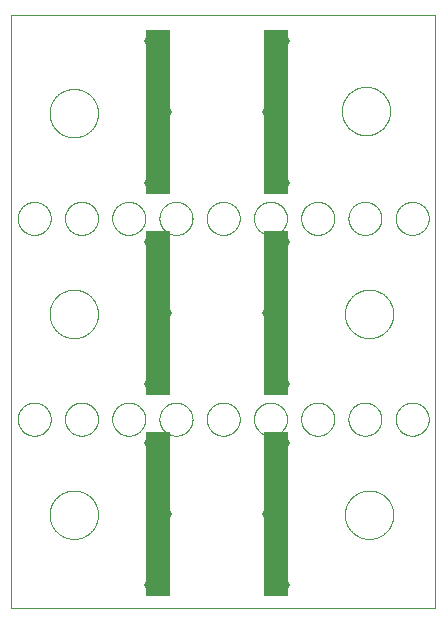
<source format=gtl>
G75*
%MOIN*%
%OFA0B0*%
%FSLAX25Y25*%
%IPPOS*%
%LPD*%
%AMOC8*
5,1,8,0,0,1.08239X$1,22.5*
%
%ADD10C,0.00000*%
%ADD11R,0.08000X0.55118*%
%ADD12C,0.05150*%
D10*
X0007126Y0001000D02*
X0007126Y0198835D01*
X0148583Y0198835D01*
X0148583Y0001000D01*
X0007126Y0001000D01*
X0020118Y0032142D02*
X0020120Y0032340D01*
X0020128Y0032538D01*
X0020140Y0032736D01*
X0020157Y0032933D01*
X0020179Y0033130D01*
X0020205Y0033326D01*
X0020237Y0033522D01*
X0020273Y0033717D01*
X0020314Y0033910D01*
X0020360Y0034103D01*
X0020410Y0034295D01*
X0020466Y0034485D01*
X0020525Y0034674D01*
X0020590Y0034861D01*
X0020659Y0035047D01*
X0020732Y0035231D01*
X0020810Y0035413D01*
X0020893Y0035593D01*
X0020980Y0035771D01*
X0021071Y0035947D01*
X0021167Y0036120D01*
X0021266Y0036291D01*
X0021370Y0036460D01*
X0021478Y0036626D01*
X0021590Y0036789D01*
X0021706Y0036950D01*
X0021826Y0037108D01*
X0021950Y0037262D01*
X0022078Y0037414D01*
X0022209Y0037562D01*
X0022344Y0037707D01*
X0022482Y0037849D01*
X0022624Y0037987D01*
X0022769Y0038122D01*
X0022917Y0038253D01*
X0023069Y0038381D01*
X0023223Y0038505D01*
X0023381Y0038625D01*
X0023542Y0038741D01*
X0023705Y0038853D01*
X0023871Y0038961D01*
X0024040Y0039065D01*
X0024211Y0039164D01*
X0024384Y0039260D01*
X0024560Y0039351D01*
X0024738Y0039438D01*
X0024918Y0039521D01*
X0025100Y0039599D01*
X0025284Y0039672D01*
X0025470Y0039741D01*
X0025657Y0039806D01*
X0025846Y0039865D01*
X0026036Y0039921D01*
X0026228Y0039971D01*
X0026421Y0040017D01*
X0026614Y0040058D01*
X0026809Y0040094D01*
X0027005Y0040126D01*
X0027201Y0040152D01*
X0027398Y0040174D01*
X0027595Y0040191D01*
X0027793Y0040203D01*
X0027991Y0040211D01*
X0028189Y0040213D01*
X0028387Y0040211D01*
X0028585Y0040203D01*
X0028783Y0040191D01*
X0028980Y0040174D01*
X0029177Y0040152D01*
X0029373Y0040126D01*
X0029569Y0040094D01*
X0029764Y0040058D01*
X0029957Y0040017D01*
X0030150Y0039971D01*
X0030342Y0039921D01*
X0030532Y0039865D01*
X0030721Y0039806D01*
X0030908Y0039741D01*
X0031094Y0039672D01*
X0031278Y0039599D01*
X0031460Y0039521D01*
X0031640Y0039438D01*
X0031818Y0039351D01*
X0031994Y0039260D01*
X0032167Y0039164D01*
X0032338Y0039065D01*
X0032507Y0038961D01*
X0032673Y0038853D01*
X0032836Y0038741D01*
X0032997Y0038625D01*
X0033155Y0038505D01*
X0033309Y0038381D01*
X0033461Y0038253D01*
X0033609Y0038122D01*
X0033754Y0037987D01*
X0033896Y0037849D01*
X0034034Y0037707D01*
X0034169Y0037562D01*
X0034300Y0037414D01*
X0034428Y0037262D01*
X0034552Y0037108D01*
X0034672Y0036950D01*
X0034788Y0036789D01*
X0034900Y0036626D01*
X0035008Y0036460D01*
X0035112Y0036291D01*
X0035211Y0036120D01*
X0035307Y0035947D01*
X0035398Y0035771D01*
X0035485Y0035593D01*
X0035568Y0035413D01*
X0035646Y0035231D01*
X0035719Y0035047D01*
X0035788Y0034861D01*
X0035853Y0034674D01*
X0035912Y0034485D01*
X0035968Y0034295D01*
X0036018Y0034103D01*
X0036064Y0033910D01*
X0036105Y0033717D01*
X0036141Y0033522D01*
X0036173Y0033326D01*
X0036199Y0033130D01*
X0036221Y0032933D01*
X0036238Y0032736D01*
X0036250Y0032538D01*
X0036258Y0032340D01*
X0036260Y0032142D01*
X0036258Y0031944D01*
X0036250Y0031746D01*
X0036238Y0031548D01*
X0036221Y0031351D01*
X0036199Y0031154D01*
X0036173Y0030958D01*
X0036141Y0030762D01*
X0036105Y0030567D01*
X0036064Y0030374D01*
X0036018Y0030181D01*
X0035968Y0029989D01*
X0035912Y0029799D01*
X0035853Y0029610D01*
X0035788Y0029423D01*
X0035719Y0029237D01*
X0035646Y0029053D01*
X0035568Y0028871D01*
X0035485Y0028691D01*
X0035398Y0028513D01*
X0035307Y0028337D01*
X0035211Y0028164D01*
X0035112Y0027993D01*
X0035008Y0027824D01*
X0034900Y0027658D01*
X0034788Y0027495D01*
X0034672Y0027334D01*
X0034552Y0027176D01*
X0034428Y0027022D01*
X0034300Y0026870D01*
X0034169Y0026722D01*
X0034034Y0026577D01*
X0033896Y0026435D01*
X0033754Y0026297D01*
X0033609Y0026162D01*
X0033461Y0026031D01*
X0033309Y0025903D01*
X0033155Y0025779D01*
X0032997Y0025659D01*
X0032836Y0025543D01*
X0032673Y0025431D01*
X0032507Y0025323D01*
X0032338Y0025219D01*
X0032167Y0025120D01*
X0031994Y0025024D01*
X0031818Y0024933D01*
X0031640Y0024846D01*
X0031460Y0024763D01*
X0031278Y0024685D01*
X0031094Y0024612D01*
X0030908Y0024543D01*
X0030721Y0024478D01*
X0030532Y0024419D01*
X0030342Y0024363D01*
X0030150Y0024313D01*
X0029957Y0024267D01*
X0029764Y0024226D01*
X0029569Y0024190D01*
X0029373Y0024158D01*
X0029177Y0024132D01*
X0028980Y0024110D01*
X0028783Y0024093D01*
X0028585Y0024081D01*
X0028387Y0024073D01*
X0028189Y0024071D01*
X0027991Y0024073D01*
X0027793Y0024081D01*
X0027595Y0024093D01*
X0027398Y0024110D01*
X0027201Y0024132D01*
X0027005Y0024158D01*
X0026809Y0024190D01*
X0026614Y0024226D01*
X0026421Y0024267D01*
X0026228Y0024313D01*
X0026036Y0024363D01*
X0025846Y0024419D01*
X0025657Y0024478D01*
X0025470Y0024543D01*
X0025284Y0024612D01*
X0025100Y0024685D01*
X0024918Y0024763D01*
X0024738Y0024846D01*
X0024560Y0024933D01*
X0024384Y0025024D01*
X0024211Y0025120D01*
X0024040Y0025219D01*
X0023871Y0025323D01*
X0023705Y0025431D01*
X0023542Y0025543D01*
X0023381Y0025659D01*
X0023223Y0025779D01*
X0023069Y0025903D01*
X0022917Y0026031D01*
X0022769Y0026162D01*
X0022624Y0026297D01*
X0022482Y0026435D01*
X0022344Y0026577D01*
X0022209Y0026722D01*
X0022078Y0026870D01*
X0021950Y0027022D01*
X0021826Y0027176D01*
X0021706Y0027334D01*
X0021590Y0027495D01*
X0021478Y0027658D01*
X0021370Y0027824D01*
X0021266Y0027993D01*
X0021167Y0028164D01*
X0021071Y0028337D01*
X0020980Y0028513D01*
X0020893Y0028691D01*
X0020810Y0028871D01*
X0020732Y0029053D01*
X0020659Y0029237D01*
X0020590Y0029423D01*
X0020525Y0029610D01*
X0020466Y0029799D01*
X0020410Y0029989D01*
X0020360Y0030181D01*
X0020314Y0030374D01*
X0020273Y0030567D01*
X0020237Y0030762D01*
X0020205Y0030958D01*
X0020179Y0031154D01*
X0020157Y0031351D01*
X0020140Y0031548D01*
X0020128Y0031746D01*
X0020120Y0031944D01*
X0020118Y0032142D01*
X0009488Y0063992D02*
X0009490Y0064140D01*
X0009496Y0064288D01*
X0009506Y0064436D01*
X0009520Y0064583D01*
X0009538Y0064730D01*
X0009559Y0064876D01*
X0009585Y0065022D01*
X0009615Y0065167D01*
X0009648Y0065311D01*
X0009686Y0065454D01*
X0009727Y0065596D01*
X0009772Y0065737D01*
X0009820Y0065877D01*
X0009873Y0066016D01*
X0009929Y0066153D01*
X0009989Y0066288D01*
X0010052Y0066422D01*
X0010119Y0066554D01*
X0010190Y0066684D01*
X0010264Y0066812D01*
X0010341Y0066938D01*
X0010422Y0067062D01*
X0010506Y0067184D01*
X0010593Y0067303D01*
X0010684Y0067420D01*
X0010778Y0067535D01*
X0010874Y0067647D01*
X0010974Y0067757D01*
X0011076Y0067863D01*
X0011182Y0067967D01*
X0011290Y0068068D01*
X0011401Y0068166D01*
X0011514Y0068262D01*
X0011630Y0068354D01*
X0011748Y0068443D01*
X0011869Y0068528D01*
X0011992Y0068611D01*
X0012117Y0068690D01*
X0012244Y0068766D01*
X0012373Y0068838D01*
X0012504Y0068907D01*
X0012637Y0068972D01*
X0012772Y0069033D01*
X0012908Y0069091D01*
X0013045Y0069146D01*
X0013184Y0069196D01*
X0013325Y0069243D01*
X0013466Y0069286D01*
X0013609Y0069326D01*
X0013753Y0069361D01*
X0013897Y0069393D01*
X0014043Y0069420D01*
X0014189Y0069444D01*
X0014336Y0069464D01*
X0014483Y0069480D01*
X0014630Y0069492D01*
X0014778Y0069500D01*
X0014926Y0069504D01*
X0015074Y0069504D01*
X0015222Y0069500D01*
X0015370Y0069492D01*
X0015517Y0069480D01*
X0015664Y0069464D01*
X0015811Y0069444D01*
X0015957Y0069420D01*
X0016103Y0069393D01*
X0016247Y0069361D01*
X0016391Y0069326D01*
X0016534Y0069286D01*
X0016675Y0069243D01*
X0016816Y0069196D01*
X0016955Y0069146D01*
X0017092Y0069091D01*
X0017228Y0069033D01*
X0017363Y0068972D01*
X0017496Y0068907D01*
X0017627Y0068838D01*
X0017756Y0068766D01*
X0017883Y0068690D01*
X0018008Y0068611D01*
X0018131Y0068528D01*
X0018252Y0068443D01*
X0018370Y0068354D01*
X0018486Y0068262D01*
X0018599Y0068166D01*
X0018710Y0068068D01*
X0018818Y0067967D01*
X0018924Y0067863D01*
X0019026Y0067757D01*
X0019126Y0067647D01*
X0019222Y0067535D01*
X0019316Y0067420D01*
X0019407Y0067303D01*
X0019494Y0067184D01*
X0019578Y0067062D01*
X0019659Y0066938D01*
X0019736Y0066812D01*
X0019810Y0066684D01*
X0019881Y0066554D01*
X0019948Y0066422D01*
X0020011Y0066288D01*
X0020071Y0066153D01*
X0020127Y0066016D01*
X0020180Y0065877D01*
X0020228Y0065737D01*
X0020273Y0065596D01*
X0020314Y0065454D01*
X0020352Y0065311D01*
X0020385Y0065167D01*
X0020415Y0065022D01*
X0020441Y0064876D01*
X0020462Y0064730D01*
X0020480Y0064583D01*
X0020494Y0064436D01*
X0020504Y0064288D01*
X0020510Y0064140D01*
X0020512Y0063992D01*
X0020510Y0063844D01*
X0020504Y0063696D01*
X0020494Y0063548D01*
X0020480Y0063401D01*
X0020462Y0063254D01*
X0020441Y0063108D01*
X0020415Y0062962D01*
X0020385Y0062817D01*
X0020352Y0062673D01*
X0020314Y0062530D01*
X0020273Y0062388D01*
X0020228Y0062247D01*
X0020180Y0062107D01*
X0020127Y0061968D01*
X0020071Y0061831D01*
X0020011Y0061696D01*
X0019948Y0061562D01*
X0019881Y0061430D01*
X0019810Y0061300D01*
X0019736Y0061172D01*
X0019659Y0061046D01*
X0019578Y0060922D01*
X0019494Y0060800D01*
X0019407Y0060681D01*
X0019316Y0060564D01*
X0019222Y0060449D01*
X0019126Y0060337D01*
X0019026Y0060227D01*
X0018924Y0060121D01*
X0018818Y0060017D01*
X0018710Y0059916D01*
X0018599Y0059818D01*
X0018486Y0059722D01*
X0018370Y0059630D01*
X0018252Y0059541D01*
X0018131Y0059456D01*
X0018008Y0059373D01*
X0017883Y0059294D01*
X0017756Y0059218D01*
X0017627Y0059146D01*
X0017496Y0059077D01*
X0017363Y0059012D01*
X0017228Y0058951D01*
X0017092Y0058893D01*
X0016955Y0058838D01*
X0016816Y0058788D01*
X0016675Y0058741D01*
X0016534Y0058698D01*
X0016391Y0058658D01*
X0016247Y0058623D01*
X0016103Y0058591D01*
X0015957Y0058564D01*
X0015811Y0058540D01*
X0015664Y0058520D01*
X0015517Y0058504D01*
X0015370Y0058492D01*
X0015222Y0058484D01*
X0015074Y0058480D01*
X0014926Y0058480D01*
X0014778Y0058484D01*
X0014630Y0058492D01*
X0014483Y0058504D01*
X0014336Y0058520D01*
X0014189Y0058540D01*
X0014043Y0058564D01*
X0013897Y0058591D01*
X0013753Y0058623D01*
X0013609Y0058658D01*
X0013466Y0058698D01*
X0013325Y0058741D01*
X0013184Y0058788D01*
X0013045Y0058838D01*
X0012908Y0058893D01*
X0012772Y0058951D01*
X0012637Y0059012D01*
X0012504Y0059077D01*
X0012373Y0059146D01*
X0012244Y0059218D01*
X0012117Y0059294D01*
X0011992Y0059373D01*
X0011869Y0059456D01*
X0011748Y0059541D01*
X0011630Y0059630D01*
X0011514Y0059722D01*
X0011401Y0059818D01*
X0011290Y0059916D01*
X0011182Y0060017D01*
X0011076Y0060121D01*
X0010974Y0060227D01*
X0010874Y0060337D01*
X0010778Y0060449D01*
X0010684Y0060564D01*
X0010593Y0060681D01*
X0010506Y0060800D01*
X0010422Y0060922D01*
X0010341Y0061046D01*
X0010264Y0061172D01*
X0010190Y0061300D01*
X0010119Y0061430D01*
X0010052Y0061562D01*
X0009989Y0061696D01*
X0009929Y0061831D01*
X0009873Y0061968D01*
X0009820Y0062107D01*
X0009772Y0062247D01*
X0009727Y0062388D01*
X0009686Y0062530D01*
X0009648Y0062673D01*
X0009615Y0062817D01*
X0009585Y0062962D01*
X0009559Y0063108D01*
X0009538Y0063254D01*
X0009520Y0063401D01*
X0009506Y0063548D01*
X0009496Y0063696D01*
X0009490Y0063844D01*
X0009488Y0063992D01*
X0025236Y0063992D02*
X0025238Y0064140D01*
X0025244Y0064288D01*
X0025254Y0064436D01*
X0025268Y0064583D01*
X0025286Y0064730D01*
X0025307Y0064876D01*
X0025333Y0065022D01*
X0025363Y0065167D01*
X0025396Y0065311D01*
X0025434Y0065454D01*
X0025475Y0065596D01*
X0025520Y0065737D01*
X0025568Y0065877D01*
X0025621Y0066016D01*
X0025677Y0066153D01*
X0025737Y0066288D01*
X0025800Y0066422D01*
X0025867Y0066554D01*
X0025938Y0066684D01*
X0026012Y0066812D01*
X0026089Y0066938D01*
X0026170Y0067062D01*
X0026254Y0067184D01*
X0026341Y0067303D01*
X0026432Y0067420D01*
X0026526Y0067535D01*
X0026622Y0067647D01*
X0026722Y0067757D01*
X0026824Y0067863D01*
X0026930Y0067967D01*
X0027038Y0068068D01*
X0027149Y0068166D01*
X0027262Y0068262D01*
X0027378Y0068354D01*
X0027496Y0068443D01*
X0027617Y0068528D01*
X0027740Y0068611D01*
X0027865Y0068690D01*
X0027992Y0068766D01*
X0028121Y0068838D01*
X0028252Y0068907D01*
X0028385Y0068972D01*
X0028520Y0069033D01*
X0028656Y0069091D01*
X0028793Y0069146D01*
X0028932Y0069196D01*
X0029073Y0069243D01*
X0029214Y0069286D01*
X0029357Y0069326D01*
X0029501Y0069361D01*
X0029645Y0069393D01*
X0029791Y0069420D01*
X0029937Y0069444D01*
X0030084Y0069464D01*
X0030231Y0069480D01*
X0030378Y0069492D01*
X0030526Y0069500D01*
X0030674Y0069504D01*
X0030822Y0069504D01*
X0030970Y0069500D01*
X0031118Y0069492D01*
X0031265Y0069480D01*
X0031412Y0069464D01*
X0031559Y0069444D01*
X0031705Y0069420D01*
X0031851Y0069393D01*
X0031995Y0069361D01*
X0032139Y0069326D01*
X0032282Y0069286D01*
X0032423Y0069243D01*
X0032564Y0069196D01*
X0032703Y0069146D01*
X0032840Y0069091D01*
X0032976Y0069033D01*
X0033111Y0068972D01*
X0033244Y0068907D01*
X0033375Y0068838D01*
X0033504Y0068766D01*
X0033631Y0068690D01*
X0033756Y0068611D01*
X0033879Y0068528D01*
X0034000Y0068443D01*
X0034118Y0068354D01*
X0034234Y0068262D01*
X0034347Y0068166D01*
X0034458Y0068068D01*
X0034566Y0067967D01*
X0034672Y0067863D01*
X0034774Y0067757D01*
X0034874Y0067647D01*
X0034970Y0067535D01*
X0035064Y0067420D01*
X0035155Y0067303D01*
X0035242Y0067184D01*
X0035326Y0067062D01*
X0035407Y0066938D01*
X0035484Y0066812D01*
X0035558Y0066684D01*
X0035629Y0066554D01*
X0035696Y0066422D01*
X0035759Y0066288D01*
X0035819Y0066153D01*
X0035875Y0066016D01*
X0035928Y0065877D01*
X0035976Y0065737D01*
X0036021Y0065596D01*
X0036062Y0065454D01*
X0036100Y0065311D01*
X0036133Y0065167D01*
X0036163Y0065022D01*
X0036189Y0064876D01*
X0036210Y0064730D01*
X0036228Y0064583D01*
X0036242Y0064436D01*
X0036252Y0064288D01*
X0036258Y0064140D01*
X0036260Y0063992D01*
X0036258Y0063844D01*
X0036252Y0063696D01*
X0036242Y0063548D01*
X0036228Y0063401D01*
X0036210Y0063254D01*
X0036189Y0063108D01*
X0036163Y0062962D01*
X0036133Y0062817D01*
X0036100Y0062673D01*
X0036062Y0062530D01*
X0036021Y0062388D01*
X0035976Y0062247D01*
X0035928Y0062107D01*
X0035875Y0061968D01*
X0035819Y0061831D01*
X0035759Y0061696D01*
X0035696Y0061562D01*
X0035629Y0061430D01*
X0035558Y0061300D01*
X0035484Y0061172D01*
X0035407Y0061046D01*
X0035326Y0060922D01*
X0035242Y0060800D01*
X0035155Y0060681D01*
X0035064Y0060564D01*
X0034970Y0060449D01*
X0034874Y0060337D01*
X0034774Y0060227D01*
X0034672Y0060121D01*
X0034566Y0060017D01*
X0034458Y0059916D01*
X0034347Y0059818D01*
X0034234Y0059722D01*
X0034118Y0059630D01*
X0034000Y0059541D01*
X0033879Y0059456D01*
X0033756Y0059373D01*
X0033631Y0059294D01*
X0033504Y0059218D01*
X0033375Y0059146D01*
X0033244Y0059077D01*
X0033111Y0059012D01*
X0032976Y0058951D01*
X0032840Y0058893D01*
X0032703Y0058838D01*
X0032564Y0058788D01*
X0032423Y0058741D01*
X0032282Y0058698D01*
X0032139Y0058658D01*
X0031995Y0058623D01*
X0031851Y0058591D01*
X0031705Y0058564D01*
X0031559Y0058540D01*
X0031412Y0058520D01*
X0031265Y0058504D01*
X0031118Y0058492D01*
X0030970Y0058484D01*
X0030822Y0058480D01*
X0030674Y0058480D01*
X0030526Y0058484D01*
X0030378Y0058492D01*
X0030231Y0058504D01*
X0030084Y0058520D01*
X0029937Y0058540D01*
X0029791Y0058564D01*
X0029645Y0058591D01*
X0029501Y0058623D01*
X0029357Y0058658D01*
X0029214Y0058698D01*
X0029073Y0058741D01*
X0028932Y0058788D01*
X0028793Y0058838D01*
X0028656Y0058893D01*
X0028520Y0058951D01*
X0028385Y0059012D01*
X0028252Y0059077D01*
X0028121Y0059146D01*
X0027992Y0059218D01*
X0027865Y0059294D01*
X0027740Y0059373D01*
X0027617Y0059456D01*
X0027496Y0059541D01*
X0027378Y0059630D01*
X0027262Y0059722D01*
X0027149Y0059818D01*
X0027038Y0059916D01*
X0026930Y0060017D01*
X0026824Y0060121D01*
X0026722Y0060227D01*
X0026622Y0060337D01*
X0026526Y0060449D01*
X0026432Y0060564D01*
X0026341Y0060681D01*
X0026254Y0060800D01*
X0026170Y0060922D01*
X0026089Y0061046D01*
X0026012Y0061172D01*
X0025938Y0061300D01*
X0025867Y0061430D01*
X0025800Y0061562D01*
X0025737Y0061696D01*
X0025677Y0061831D01*
X0025621Y0061968D01*
X0025568Y0062107D01*
X0025520Y0062247D01*
X0025475Y0062388D01*
X0025434Y0062530D01*
X0025396Y0062673D01*
X0025363Y0062817D01*
X0025333Y0062962D01*
X0025307Y0063108D01*
X0025286Y0063254D01*
X0025268Y0063401D01*
X0025254Y0063548D01*
X0025244Y0063696D01*
X0025238Y0063844D01*
X0025236Y0063992D01*
X0040984Y0063992D02*
X0040986Y0064140D01*
X0040992Y0064288D01*
X0041002Y0064436D01*
X0041016Y0064583D01*
X0041034Y0064730D01*
X0041055Y0064876D01*
X0041081Y0065022D01*
X0041111Y0065167D01*
X0041144Y0065311D01*
X0041182Y0065454D01*
X0041223Y0065596D01*
X0041268Y0065737D01*
X0041316Y0065877D01*
X0041369Y0066016D01*
X0041425Y0066153D01*
X0041485Y0066288D01*
X0041548Y0066422D01*
X0041615Y0066554D01*
X0041686Y0066684D01*
X0041760Y0066812D01*
X0041837Y0066938D01*
X0041918Y0067062D01*
X0042002Y0067184D01*
X0042089Y0067303D01*
X0042180Y0067420D01*
X0042274Y0067535D01*
X0042370Y0067647D01*
X0042470Y0067757D01*
X0042572Y0067863D01*
X0042678Y0067967D01*
X0042786Y0068068D01*
X0042897Y0068166D01*
X0043010Y0068262D01*
X0043126Y0068354D01*
X0043244Y0068443D01*
X0043365Y0068528D01*
X0043488Y0068611D01*
X0043613Y0068690D01*
X0043740Y0068766D01*
X0043869Y0068838D01*
X0044000Y0068907D01*
X0044133Y0068972D01*
X0044268Y0069033D01*
X0044404Y0069091D01*
X0044541Y0069146D01*
X0044680Y0069196D01*
X0044821Y0069243D01*
X0044962Y0069286D01*
X0045105Y0069326D01*
X0045249Y0069361D01*
X0045393Y0069393D01*
X0045539Y0069420D01*
X0045685Y0069444D01*
X0045832Y0069464D01*
X0045979Y0069480D01*
X0046126Y0069492D01*
X0046274Y0069500D01*
X0046422Y0069504D01*
X0046570Y0069504D01*
X0046718Y0069500D01*
X0046866Y0069492D01*
X0047013Y0069480D01*
X0047160Y0069464D01*
X0047307Y0069444D01*
X0047453Y0069420D01*
X0047599Y0069393D01*
X0047743Y0069361D01*
X0047887Y0069326D01*
X0048030Y0069286D01*
X0048171Y0069243D01*
X0048312Y0069196D01*
X0048451Y0069146D01*
X0048588Y0069091D01*
X0048724Y0069033D01*
X0048859Y0068972D01*
X0048992Y0068907D01*
X0049123Y0068838D01*
X0049252Y0068766D01*
X0049379Y0068690D01*
X0049504Y0068611D01*
X0049627Y0068528D01*
X0049748Y0068443D01*
X0049866Y0068354D01*
X0049982Y0068262D01*
X0050095Y0068166D01*
X0050206Y0068068D01*
X0050314Y0067967D01*
X0050420Y0067863D01*
X0050522Y0067757D01*
X0050622Y0067647D01*
X0050718Y0067535D01*
X0050812Y0067420D01*
X0050903Y0067303D01*
X0050990Y0067184D01*
X0051074Y0067062D01*
X0051155Y0066938D01*
X0051232Y0066812D01*
X0051306Y0066684D01*
X0051377Y0066554D01*
X0051444Y0066422D01*
X0051507Y0066288D01*
X0051567Y0066153D01*
X0051623Y0066016D01*
X0051676Y0065877D01*
X0051724Y0065737D01*
X0051769Y0065596D01*
X0051810Y0065454D01*
X0051848Y0065311D01*
X0051881Y0065167D01*
X0051911Y0065022D01*
X0051937Y0064876D01*
X0051958Y0064730D01*
X0051976Y0064583D01*
X0051990Y0064436D01*
X0052000Y0064288D01*
X0052006Y0064140D01*
X0052008Y0063992D01*
X0052006Y0063844D01*
X0052000Y0063696D01*
X0051990Y0063548D01*
X0051976Y0063401D01*
X0051958Y0063254D01*
X0051937Y0063108D01*
X0051911Y0062962D01*
X0051881Y0062817D01*
X0051848Y0062673D01*
X0051810Y0062530D01*
X0051769Y0062388D01*
X0051724Y0062247D01*
X0051676Y0062107D01*
X0051623Y0061968D01*
X0051567Y0061831D01*
X0051507Y0061696D01*
X0051444Y0061562D01*
X0051377Y0061430D01*
X0051306Y0061300D01*
X0051232Y0061172D01*
X0051155Y0061046D01*
X0051074Y0060922D01*
X0050990Y0060800D01*
X0050903Y0060681D01*
X0050812Y0060564D01*
X0050718Y0060449D01*
X0050622Y0060337D01*
X0050522Y0060227D01*
X0050420Y0060121D01*
X0050314Y0060017D01*
X0050206Y0059916D01*
X0050095Y0059818D01*
X0049982Y0059722D01*
X0049866Y0059630D01*
X0049748Y0059541D01*
X0049627Y0059456D01*
X0049504Y0059373D01*
X0049379Y0059294D01*
X0049252Y0059218D01*
X0049123Y0059146D01*
X0048992Y0059077D01*
X0048859Y0059012D01*
X0048724Y0058951D01*
X0048588Y0058893D01*
X0048451Y0058838D01*
X0048312Y0058788D01*
X0048171Y0058741D01*
X0048030Y0058698D01*
X0047887Y0058658D01*
X0047743Y0058623D01*
X0047599Y0058591D01*
X0047453Y0058564D01*
X0047307Y0058540D01*
X0047160Y0058520D01*
X0047013Y0058504D01*
X0046866Y0058492D01*
X0046718Y0058484D01*
X0046570Y0058480D01*
X0046422Y0058480D01*
X0046274Y0058484D01*
X0046126Y0058492D01*
X0045979Y0058504D01*
X0045832Y0058520D01*
X0045685Y0058540D01*
X0045539Y0058564D01*
X0045393Y0058591D01*
X0045249Y0058623D01*
X0045105Y0058658D01*
X0044962Y0058698D01*
X0044821Y0058741D01*
X0044680Y0058788D01*
X0044541Y0058838D01*
X0044404Y0058893D01*
X0044268Y0058951D01*
X0044133Y0059012D01*
X0044000Y0059077D01*
X0043869Y0059146D01*
X0043740Y0059218D01*
X0043613Y0059294D01*
X0043488Y0059373D01*
X0043365Y0059456D01*
X0043244Y0059541D01*
X0043126Y0059630D01*
X0043010Y0059722D01*
X0042897Y0059818D01*
X0042786Y0059916D01*
X0042678Y0060017D01*
X0042572Y0060121D01*
X0042470Y0060227D01*
X0042370Y0060337D01*
X0042274Y0060449D01*
X0042180Y0060564D01*
X0042089Y0060681D01*
X0042002Y0060800D01*
X0041918Y0060922D01*
X0041837Y0061046D01*
X0041760Y0061172D01*
X0041686Y0061300D01*
X0041615Y0061430D01*
X0041548Y0061562D01*
X0041485Y0061696D01*
X0041425Y0061831D01*
X0041369Y0061968D01*
X0041316Y0062107D01*
X0041268Y0062247D01*
X0041223Y0062388D01*
X0041182Y0062530D01*
X0041144Y0062673D01*
X0041111Y0062817D01*
X0041081Y0062962D01*
X0041055Y0063108D01*
X0041034Y0063254D01*
X0041016Y0063401D01*
X0041002Y0063548D01*
X0040992Y0063696D01*
X0040986Y0063844D01*
X0040984Y0063992D01*
X0056732Y0063992D02*
X0056734Y0064140D01*
X0056740Y0064288D01*
X0056750Y0064436D01*
X0056764Y0064583D01*
X0056782Y0064730D01*
X0056803Y0064876D01*
X0056829Y0065022D01*
X0056859Y0065167D01*
X0056892Y0065311D01*
X0056930Y0065454D01*
X0056971Y0065596D01*
X0057016Y0065737D01*
X0057064Y0065877D01*
X0057117Y0066016D01*
X0057173Y0066153D01*
X0057233Y0066288D01*
X0057296Y0066422D01*
X0057363Y0066554D01*
X0057434Y0066684D01*
X0057508Y0066812D01*
X0057585Y0066938D01*
X0057666Y0067062D01*
X0057750Y0067184D01*
X0057837Y0067303D01*
X0057928Y0067420D01*
X0058022Y0067535D01*
X0058118Y0067647D01*
X0058218Y0067757D01*
X0058320Y0067863D01*
X0058426Y0067967D01*
X0058534Y0068068D01*
X0058645Y0068166D01*
X0058758Y0068262D01*
X0058874Y0068354D01*
X0058992Y0068443D01*
X0059113Y0068528D01*
X0059236Y0068611D01*
X0059361Y0068690D01*
X0059488Y0068766D01*
X0059617Y0068838D01*
X0059748Y0068907D01*
X0059881Y0068972D01*
X0060016Y0069033D01*
X0060152Y0069091D01*
X0060289Y0069146D01*
X0060428Y0069196D01*
X0060569Y0069243D01*
X0060710Y0069286D01*
X0060853Y0069326D01*
X0060997Y0069361D01*
X0061141Y0069393D01*
X0061287Y0069420D01*
X0061433Y0069444D01*
X0061580Y0069464D01*
X0061727Y0069480D01*
X0061874Y0069492D01*
X0062022Y0069500D01*
X0062170Y0069504D01*
X0062318Y0069504D01*
X0062466Y0069500D01*
X0062614Y0069492D01*
X0062761Y0069480D01*
X0062908Y0069464D01*
X0063055Y0069444D01*
X0063201Y0069420D01*
X0063347Y0069393D01*
X0063491Y0069361D01*
X0063635Y0069326D01*
X0063778Y0069286D01*
X0063919Y0069243D01*
X0064060Y0069196D01*
X0064199Y0069146D01*
X0064336Y0069091D01*
X0064472Y0069033D01*
X0064607Y0068972D01*
X0064740Y0068907D01*
X0064871Y0068838D01*
X0065000Y0068766D01*
X0065127Y0068690D01*
X0065252Y0068611D01*
X0065375Y0068528D01*
X0065496Y0068443D01*
X0065614Y0068354D01*
X0065730Y0068262D01*
X0065843Y0068166D01*
X0065954Y0068068D01*
X0066062Y0067967D01*
X0066168Y0067863D01*
X0066270Y0067757D01*
X0066370Y0067647D01*
X0066466Y0067535D01*
X0066560Y0067420D01*
X0066651Y0067303D01*
X0066738Y0067184D01*
X0066822Y0067062D01*
X0066903Y0066938D01*
X0066980Y0066812D01*
X0067054Y0066684D01*
X0067125Y0066554D01*
X0067192Y0066422D01*
X0067255Y0066288D01*
X0067315Y0066153D01*
X0067371Y0066016D01*
X0067424Y0065877D01*
X0067472Y0065737D01*
X0067517Y0065596D01*
X0067558Y0065454D01*
X0067596Y0065311D01*
X0067629Y0065167D01*
X0067659Y0065022D01*
X0067685Y0064876D01*
X0067706Y0064730D01*
X0067724Y0064583D01*
X0067738Y0064436D01*
X0067748Y0064288D01*
X0067754Y0064140D01*
X0067756Y0063992D01*
X0067754Y0063844D01*
X0067748Y0063696D01*
X0067738Y0063548D01*
X0067724Y0063401D01*
X0067706Y0063254D01*
X0067685Y0063108D01*
X0067659Y0062962D01*
X0067629Y0062817D01*
X0067596Y0062673D01*
X0067558Y0062530D01*
X0067517Y0062388D01*
X0067472Y0062247D01*
X0067424Y0062107D01*
X0067371Y0061968D01*
X0067315Y0061831D01*
X0067255Y0061696D01*
X0067192Y0061562D01*
X0067125Y0061430D01*
X0067054Y0061300D01*
X0066980Y0061172D01*
X0066903Y0061046D01*
X0066822Y0060922D01*
X0066738Y0060800D01*
X0066651Y0060681D01*
X0066560Y0060564D01*
X0066466Y0060449D01*
X0066370Y0060337D01*
X0066270Y0060227D01*
X0066168Y0060121D01*
X0066062Y0060017D01*
X0065954Y0059916D01*
X0065843Y0059818D01*
X0065730Y0059722D01*
X0065614Y0059630D01*
X0065496Y0059541D01*
X0065375Y0059456D01*
X0065252Y0059373D01*
X0065127Y0059294D01*
X0065000Y0059218D01*
X0064871Y0059146D01*
X0064740Y0059077D01*
X0064607Y0059012D01*
X0064472Y0058951D01*
X0064336Y0058893D01*
X0064199Y0058838D01*
X0064060Y0058788D01*
X0063919Y0058741D01*
X0063778Y0058698D01*
X0063635Y0058658D01*
X0063491Y0058623D01*
X0063347Y0058591D01*
X0063201Y0058564D01*
X0063055Y0058540D01*
X0062908Y0058520D01*
X0062761Y0058504D01*
X0062614Y0058492D01*
X0062466Y0058484D01*
X0062318Y0058480D01*
X0062170Y0058480D01*
X0062022Y0058484D01*
X0061874Y0058492D01*
X0061727Y0058504D01*
X0061580Y0058520D01*
X0061433Y0058540D01*
X0061287Y0058564D01*
X0061141Y0058591D01*
X0060997Y0058623D01*
X0060853Y0058658D01*
X0060710Y0058698D01*
X0060569Y0058741D01*
X0060428Y0058788D01*
X0060289Y0058838D01*
X0060152Y0058893D01*
X0060016Y0058951D01*
X0059881Y0059012D01*
X0059748Y0059077D01*
X0059617Y0059146D01*
X0059488Y0059218D01*
X0059361Y0059294D01*
X0059236Y0059373D01*
X0059113Y0059456D01*
X0058992Y0059541D01*
X0058874Y0059630D01*
X0058758Y0059722D01*
X0058645Y0059818D01*
X0058534Y0059916D01*
X0058426Y0060017D01*
X0058320Y0060121D01*
X0058218Y0060227D01*
X0058118Y0060337D01*
X0058022Y0060449D01*
X0057928Y0060564D01*
X0057837Y0060681D01*
X0057750Y0060800D01*
X0057666Y0060922D01*
X0057585Y0061046D01*
X0057508Y0061172D01*
X0057434Y0061300D01*
X0057363Y0061430D01*
X0057296Y0061562D01*
X0057233Y0061696D01*
X0057173Y0061831D01*
X0057117Y0061968D01*
X0057064Y0062107D01*
X0057016Y0062247D01*
X0056971Y0062388D01*
X0056930Y0062530D01*
X0056892Y0062673D01*
X0056859Y0062817D01*
X0056829Y0062962D01*
X0056803Y0063108D01*
X0056782Y0063254D01*
X0056764Y0063401D01*
X0056750Y0063548D01*
X0056740Y0063696D01*
X0056734Y0063844D01*
X0056732Y0063992D01*
X0072480Y0063992D02*
X0072482Y0064140D01*
X0072488Y0064288D01*
X0072498Y0064436D01*
X0072512Y0064583D01*
X0072530Y0064730D01*
X0072551Y0064876D01*
X0072577Y0065022D01*
X0072607Y0065167D01*
X0072640Y0065311D01*
X0072678Y0065454D01*
X0072719Y0065596D01*
X0072764Y0065737D01*
X0072812Y0065877D01*
X0072865Y0066016D01*
X0072921Y0066153D01*
X0072981Y0066288D01*
X0073044Y0066422D01*
X0073111Y0066554D01*
X0073182Y0066684D01*
X0073256Y0066812D01*
X0073333Y0066938D01*
X0073414Y0067062D01*
X0073498Y0067184D01*
X0073585Y0067303D01*
X0073676Y0067420D01*
X0073770Y0067535D01*
X0073866Y0067647D01*
X0073966Y0067757D01*
X0074068Y0067863D01*
X0074174Y0067967D01*
X0074282Y0068068D01*
X0074393Y0068166D01*
X0074506Y0068262D01*
X0074622Y0068354D01*
X0074740Y0068443D01*
X0074861Y0068528D01*
X0074984Y0068611D01*
X0075109Y0068690D01*
X0075236Y0068766D01*
X0075365Y0068838D01*
X0075496Y0068907D01*
X0075629Y0068972D01*
X0075764Y0069033D01*
X0075900Y0069091D01*
X0076037Y0069146D01*
X0076176Y0069196D01*
X0076317Y0069243D01*
X0076458Y0069286D01*
X0076601Y0069326D01*
X0076745Y0069361D01*
X0076889Y0069393D01*
X0077035Y0069420D01*
X0077181Y0069444D01*
X0077328Y0069464D01*
X0077475Y0069480D01*
X0077622Y0069492D01*
X0077770Y0069500D01*
X0077918Y0069504D01*
X0078066Y0069504D01*
X0078214Y0069500D01*
X0078362Y0069492D01*
X0078509Y0069480D01*
X0078656Y0069464D01*
X0078803Y0069444D01*
X0078949Y0069420D01*
X0079095Y0069393D01*
X0079239Y0069361D01*
X0079383Y0069326D01*
X0079526Y0069286D01*
X0079667Y0069243D01*
X0079808Y0069196D01*
X0079947Y0069146D01*
X0080084Y0069091D01*
X0080220Y0069033D01*
X0080355Y0068972D01*
X0080488Y0068907D01*
X0080619Y0068838D01*
X0080748Y0068766D01*
X0080875Y0068690D01*
X0081000Y0068611D01*
X0081123Y0068528D01*
X0081244Y0068443D01*
X0081362Y0068354D01*
X0081478Y0068262D01*
X0081591Y0068166D01*
X0081702Y0068068D01*
X0081810Y0067967D01*
X0081916Y0067863D01*
X0082018Y0067757D01*
X0082118Y0067647D01*
X0082214Y0067535D01*
X0082308Y0067420D01*
X0082399Y0067303D01*
X0082486Y0067184D01*
X0082570Y0067062D01*
X0082651Y0066938D01*
X0082728Y0066812D01*
X0082802Y0066684D01*
X0082873Y0066554D01*
X0082940Y0066422D01*
X0083003Y0066288D01*
X0083063Y0066153D01*
X0083119Y0066016D01*
X0083172Y0065877D01*
X0083220Y0065737D01*
X0083265Y0065596D01*
X0083306Y0065454D01*
X0083344Y0065311D01*
X0083377Y0065167D01*
X0083407Y0065022D01*
X0083433Y0064876D01*
X0083454Y0064730D01*
X0083472Y0064583D01*
X0083486Y0064436D01*
X0083496Y0064288D01*
X0083502Y0064140D01*
X0083504Y0063992D01*
X0083502Y0063844D01*
X0083496Y0063696D01*
X0083486Y0063548D01*
X0083472Y0063401D01*
X0083454Y0063254D01*
X0083433Y0063108D01*
X0083407Y0062962D01*
X0083377Y0062817D01*
X0083344Y0062673D01*
X0083306Y0062530D01*
X0083265Y0062388D01*
X0083220Y0062247D01*
X0083172Y0062107D01*
X0083119Y0061968D01*
X0083063Y0061831D01*
X0083003Y0061696D01*
X0082940Y0061562D01*
X0082873Y0061430D01*
X0082802Y0061300D01*
X0082728Y0061172D01*
X0082651Y0061046D01*
X0082570Y0060922D01*
X0082486Y0060800D01*
X0082399Y0060681D01*
X0082308Y0060564D01*
X0082214Y0060449D01*
X0082118Y0060337D01*
X0082018Y0060227D01*
X0081916Y0060121D01*
X0081810Y0060017D01*
X0081702Y0059916D01*
X0081591Y0059818D01*
X0081478Y0059722D01*
X0081362Y0059630D01*
X0081244Y0059541D01*
X0081123Y0059456D01*
X0081000Y0059373D01*
X0080875Y0059294D01*
X0080748Y0059218D01*
X0080619Y0059146D01*
X0080488Y0059077D01*
X0080355Y0059012D01*
X0080220Y0058951D01*
X0080084Y0058893D01*
X0079947Y0058838D01*
X0079808Y0058788D01*
X0079667Y0058741D01*
X0079526Y0058698D01*
X0079383Y0058658D01*
X0079239Y0058623D01*
X0079095Y0058591D01*
X0078949Y0058564D01*
X0078803Y0058540D01*
X0078656Y0058520D01*
X0078509Y0058504D01*
X0078362Y0058492D01*
X0078214Y0058484D01*
X0078066Y0058480D01*
X0077918Y0058480D01*
X0077770Y0058484D01*
X0077622Y0058492D01*
X0077475Y0058504D01*
X0077328Y0058520D01*
X0077181Y0058540D01*
X0077035Y0058564D01*
X0076889Y0058591D01*
X0076745Y0058623D01*
X0076601Y0058658D01*
X0076458Y0058698D01*
X0076317Y0058741D01*
X0076176Y0058788D01*
X0076037Y0058838D01*
X0075900Y0058893D01*
X0075764Y0058951D01*
X0075629Y0059012D01*
X0075496Y0059077D01*
X0075365Y0059146D01*
X0075236Y0059218D01*
X0075109Y0059294D01*
X0074984Y0059373D01*
X0074861Y0059456D01*
X0074740Y0059541D01*
X0074622Y0059630D01*
X0074506Y0059722D01*
X0074393Y0059818D01*
X0074282Y0059916D01*
X0074174Y0060017D01*
X0074068Y0060121D01*
X0073966Y0060227D01*
X0073866Y0060337D01*
X0073770Y0060449D01*
X0073676Y0060564D01*
X0073585Y0060681D01*
X0073498Y0060800D01*
X0073414Y0060922D01*
X0073333Y0061046D01*
X0073256Y0061172D01*
X0073182Y0061300D01*
X0073111Y0061430D01*
X0073044Y0061562D01*
X0072981Y0061696D01*
X0072921Y0061831D01*
X0072865Y0061968D01*
X0072812Y0062107D01*
X0072764Y0062247D01*
X0072719Y0062388D01*
X0072678Y0062530D01*
X0072640Y0062673D01*
X0072607Y0062817D01*
X0072577Y0062962D01*
X0072551Y0063108D01*
X0072530Y0063254D01*
X0072512Y0063401D01*
X0072498Y0063548D01*
X0072488Y0063696D01*
X0072482Y0063844D01*
X0072480Y0063992D01*
X0088228Y0063992D02*
X0088230Y0064140D01*
X0088236Y0064288D01*
X0088246Y0064436D01*
X0088260Y0064583D01*
X0088278Y0064730D01*
X0088299Y0064876D01*
X0088325Y0065022D01*
X0088355Y0065167D01*
X0088388Y0065311D01*
X0088426Y0065454D01*
X0088467Y0065596D01*
X0088512Y0065737D01*
X0088560Y0065877D01*
X0088613Y0066016D01*
X0088669Y0066153D01*
X0088729Y0066288D01*
X0088792Y0066422D01*
X0088859Y0066554D01*
X0088930Y0066684D01*
X0089004Y0066812D01*
X0089081Y0066938D01*
X0089162Y0067062D01*
X0089246Y0067184D01*
X0089333Y0067303D01*
X0089424Y0067420D01*
X0089518Y0067535D01*
X0089614Y0067647D01*
X0089714Y0067757D01*
X0089816Y0067863D01*
X0089922Y0067967D01*
X0090030Y0068068D01*
X0090141Y0068166D01*
X0090254Y0068262D01*
X0090370Y0068354D01*
X0090488Y0068443D01*
X0090609Y0068528D01*
X0090732Y0068611D01*
X0090857Y0068690D01*
X0090984Y0068766D01*
X0091113Y0068838D01*
X0091244Y0068907D01*
X0091377Y0068972D01*
X0091512Y0069033D01*
X0091648Y0069091D01*
X0091785Y0069146D01*
X0091924Y0069196D01*
X0092065Y0069243D01*
X0092206Y0069286D01*
X0092349Y0069326D01*
X0092493Y0069361D01*
X0092637Y0069393D01*
X0092783Y0069420D01*
X0092929Y0069444D01*
X0093076Y0069464D01*
X0093223Y0069480D01*
X0093370Y0069492D01*
X0093518Y0069500D01*
X0093666Y0069504D01*
X0093814Y0069504D01*
X0093962Y0069500D01*
X0094110Y0069492D01*
X0094257Y0069480D01*
X0094404Y0069464D01*
X0094551Y0069444D01*
X0094697Y0069420D01*
X0094843Y0069393D01*
X0094987Y0069361D01*
X0095131Y0069326D01*
X0095274Y0069286D01*
X0095415Y0069243D01*
X0095556Y0069196D01*
X0095695Y0069146D01*
X0095832Y0069091D01*
X0095968Y0069033D01*
X0096103Y0068972D01*
X0096236Y0068907D01*
X0096367Y0068838D01*
X0096496Y0068766D01*
X0096623Y0068690D01*
X0096748Y0068611D01*
X0096871Y0068528D01*
X0096992Y0068443D01*
X0097110Y0068354D01*
X0097226Y0068262D01*
X0097339Y0068166D01*
X0097450Y0068068D01*
X0097558Y0067967D01*
X0097664Y0067863D01*
X0097766Y0067757D01*
X0097866Y0067647D01*
X0097962Y0067535D01*
X0098056Y0067420D01*
X0098147Y0067303D01*
X0098234Y0067184D01*
X0098318Y0067062D01*
X0098399Y0066938D01*
X0098476Y0066812D01*
X0098550Y0066684D01*
X0098621Y0066554D01*
X0098688Y0066422D01*
X0098751Y0066288D01*
X0098811Y0066153D01*
X0098867Y0066016D01*
X0098920Y0065877D01*
X0098968Y0065737D01*
X0099013Y0065596D01*
X0099054Y0065454D01*
X0099092Y0065311D01*
X0099125Y0065167D01*
X0099155Y0065022D01*
X0099181Y0064876D01*
X0099202Y0064730D01*
X0099220Y0064583D01*
X0099234Y0064436D01*
X0099244Y0064288D01*
X0099250Y0064140D01*
X0099252Y0063992D01*
X0099250Y0063844D01*
X0099244Y0063696D01*
X0099234Y0063548D01*
X0099220Y0063401D01*
X0099202Y0063254D01*
X0099181Y0063108D01*
X0099155Y0062962D01*
X0099125Y0062817D01*
X0099092Y0062673D01*
X0099054Y0062530D01*
X0099013Y0062388D01*
X0098968Y0062247D01*
X0098920Y0062107D01*
X0098867Y0061968D01*
X0098811Y0061831D01*
X0098751Y0061696D01*
X0098688Y0061562D01*
X0098621Y0061430D01*
X0098550Y0061300D01*
X0098476Y0061172D01*
X0098399Y0061046D01*
X0098318Y0060922D01*
X0098234Y0060800D01*
X0098147Y0060681D01*
X0098056Y0060564D01*
X0097962Y0060449D01*
X0097866Y0060337D01*
X0097766Y0060227D01*
X0097664Y0060121D01*
X0097558Y0060017D01*
X0097450Y0059916D01*
X0097339Y0059818D01*
X0097226Y0059722D01*
X0097110Y0059630D01*
X0096992Y0059541D01*
X0096871Y0059456D01*
X0096748Y0059373D01*
X0096623Y0059294D01*
X0096496Y0059218D01*
X0096367Y0059146D01*
X0096236Y0059077D01*
X0096103Y0059012D01*
X0095968Y0058951D01*
X0095832Y0058893D01*
X0095695Y0058838D01*
X0095556Y0058788D01*
X0095415Y0058741D01*
X0095274Y0058698D01*
X0095131Y0058658D01*
X0094987Y0058623D01*
X0094843Y0058591D01*
X0094697Y0058564D01*
X0094551Y0058540D01*
X0094404Y0058520D01*
X0094257Y0058504D01*
X0094110Y0058492D01*
X0093962Y0058484D01*
X0093814Y0058480D01*
X0093666Y0058480D01*
X0093518Y0058484D01*
X0093370Y0058492D01*
X0093223Y0058504D01*
X0093076Y0058520D01*
X0092929Y0058540D01*
X0092783Y0058564D01*
X0092637Y0058591D01*
X0092493Y0058623D01*
X0092349Y0058658D01*
X0092206Y0058698D01*
X0092065Y0058741D01*
X0091924Y0058788D01*
X0091785Y0058838D01*
X0091648Y0058893D01*
X0091512Y0058951D01*
X0091377Y0059012D01*
X0091244Y0059077D01*
X0091113Y0059146D01*
X0090984Y0059218D01*
X0090857Y0059294D01*
X0090732Y0059373D01*
X0090609Y0059456D01*
X0090488Y0059541D01*
X0090370Y0059630D01*
X0090254Y0059722D01*
X0090141Y0059818D01*
X0090030Y0059916D01*
X0089922Y0060017D01*
X0089816Y0060121D01*
X0089714Y0060227D01*
X0089614Y0060337D01*
X0089518Y0060449D01*
X0089424Y0060564D01*
X0089333Y0060681D01*
X0089246Y0060800D01*
X0089162Y0060922D01*
X0089081Y0061046D01*
X0089004Y0061172D01*
X0088930Y0061300D01*
X0088859Y0061430D01*
X0088792Y0061562D01*
X0088729Y0061696D01*
X0088669Y0061831D01*
X0088613Y0061968D01*
X0088560Y0062107D01*
X0088512Y0062247D01*
X0088467Y0062388D01*
X0088426Y0062530D01*
X0088388Y0062673D01*
X0088355Y0062817D01*
X0088325Y0062962D01*
X0088299Y0063108D01*
X0088278Y0063254D01*
X0088260Y0063401D01*
X0088246Y0063548D01*
X0088236Y0063696D01*
X0088230Y0063844D01*
X0088228Y0063992D01*
X0103976Y0063992D02*
X0103978Y0064140D01*
X0103984Y0064288D01*
X0103994Y0064436D01*
X0104008Y0064583D01*
X0104026Y0064730D01*
X0104047Y0064876D01*
X0104073Y0065022D01*
X0104103Y0065167D01*
X0104136Y0065311D01*
X0104174Y0065454D01*
X0104215Y0065596D01*
X0104260Y0065737D01*
X0104308Y0065877D01*
X0104361Y0066016D01*
X0104417Y0066153D01*
X0104477Y0066288D01*
X0104540Y0066422D01*
X0104607Y0066554D01*
X0104678Y0066684D01*
X0104752Y0066812D01*
X0104829Y0066938D01*
X0104910Y0067062D01*
X0104994Y0067184D01*
X0105081Y0067303D01*
X0105172Y0067420D01*
X0105266Y0067535D01*
X0105362Y0067647D01*
X0105462Y0067757D01*
X0105564Y0067863D01*
X0105670Y0067967D01*
X0105778Y0068068D01*
X0105889Y0068166D01*
X0106002Y0068262D01*
X0106118Y0068354D01*
X0106236Y0068443D01*
X0106357Y0068528D01*
X0106480Y0068611D01*
X0106605Y0068690D01*
X0106732Y0068766D01*
X0106861Y0068838D01*
X0106992Y0068907D01*
X0107125Y0068972D01*
X0107260Y0069033D01*
X0107396Y0069091D01*
X0107533Y0069146D01*
X0107672Y0069196D01*
X0107813Y0069243D01*
X0107954Y0069286D01*
X0108097Y0069326D01*
X0108241Y0069361D01*
X0108385Y0069393D01*
X0108531Y0069420D01*
X0108677Y0069444D01*
X0108824Y0069464D01*
X0108971Y0069480D01*
X0109118Y0069492D01*
X0109266Y0069500D01*
X0109414Y0069504D01*
X0109562Y0069504D01*
X0109710Y0069500D01*
X0109858Y0069492D01*
X0110005Y0069480D01*
X0110152Y0069464D01*
X0110299Y0069444D01*
X0110445Y0069420D01*
X0110591Y0069393D01*
X0110735Y0069361D01*
X0110879Y0069326D01*
X0111022Y0069286D01*
X0111163Y0069243D01*
X0111304Y0069196D01*
X0111443Y0069146D01*
X0111580Y0069091D01*
X0111716Y0069033D01*
X0111851Y0068972D01*
X0111984Y0068907D01*
X0112115Y0068838D01*
X0112244Y0068766D01*
X0112371Y0068690D01*
X0112496Y0068611D01*
X0112619Y0068528D01*
X0112740Y0068443D01*
X0112858Y0068354D01*
X0112974Y0068262D01*
X0113087Y0068166D01*
X0113198Y0068068D01*
X0113306Y0067967D01*
X0113412Y0067863D01*
X0113514Y0067757D01*
X0113614Y0067647D01*
X0113710Y0067535D01*
X0113804Y0067420D01*
X0113895Y0067303D01*
X0113982Y0067184D01*
X0114066Y0067062D01*
X0114147Y0066938D01*
X0114224Y0066812D01*
X0114298Y0066684D01*
X0114369Y0066554D01*
X0114436Y0066422D01*
X0114499Y0066288D01*
X0114559Y0066153D01*
X0114615Y0066016D01*
X0114668Y0065877D01*
X0114716Y0065737D01*
X0114761Y0065596D01*
X0114802Y0065454D01*
X0114840Y0065311D01*
X0114873Y0065167D01*
X0114903Y0065022D01*
X0114929Y0064876D01*
X0114950Y0064730D01*
X0114968Y0064583D01*
X0114982Y0064436D01*
X0114992Y0064288D01*
X0114998Y0064140D01*
X0115000Y0063992D01*
X0114998Y0063844D01*
X0114992Y0063696D01*
X0114982Y0063548D01*
X0114968Y0063401D01*
X0114950Y0063254D01*
X0114929Y0063108D01*
X0114903Y0062962D01*
X0114873Y0062817D01*
X0114840Y0062673D01*
X0114802Y0062530D01*
X0114761Y0062388D01*
X0114716Y0062247D01*
X0114668Y0062107D01*
X0114615Y0061968D01*
X0114559Y0061831D01*
X0114499Y0061696D01*
X0114436Y0061562D01*
X0114369Y0061430D01*
X0114298Y0061300D01*
X0114224Y0061172D01*
X0114147Y0061046D01*
X0114066Y0060922D01*
X0113982Y0060800D01*
X0113895Y0060681D01*
X0113804Y0060564D01*
X0113710Y0060449D01*
X0113614Y0060337D01*
X0113514Y0060227D01*
X0113412Y0060121D01*
X0113306Y0060017D01*
X0113198Y0059916D01*
X0113087Y0059818D01*
X0112974Y0059722D01*
X0112858Y0059630D01*
X0112740Y0059541D01*
X0112619Y0059456D01*
X0112496Y0059373D01*
X0112371Y0059294D01*
X0112244Y0059218D01*
X0112115Y0059146D01*
X0111984Y0059077D01*
X0111851Y0059012D01*
X0111716Y0058951D01*
X0111580Y0058893D01*
X0111443Y0058838D01*
X0111304Y0058788D01*
X0111163Y0058741D01*
X0111022Y0058698D01*
X0110879Y0058658D01*
X0110735Y0058623D01*
X0110591Y0058591D01*
X0110445Y0058564D01*
X0110299Y0058540D01*
X0110152Y0058520D01*
X0110005Y0058504D01*
X0109858Y0058492D01*
X0109710Y0058484D01*
X0109562Y0058480D01*
X0109414Y0058480D01*
X0109266Y0058484D01*
X0109118Y0058492D01*
X0108971Y0058504D01*
X0108824Y0058520D01*
X0108677Y0058540D01*
X0108531Y0058564D01*
X0108385Y0058591D01*
X0108241Y0058623D01*
X0108097Y0058658D01*
X0107954Y0058698D01*
X0107813Y0058741D01*
X0107672Y0058788D01*
X0107533Y0058838D01*
X0107396Y0058893D01*
X0107260Y0058951D01*
X0107125Y0059012D01*
X0106992Y0059077D01*
X0106861Y0059146D01*
X0106732Y0059218D01*
X0106605Y0059294D01*
X0106480Y0059373D01*
X0106357Y0059456D01*
X0106236Y0059541D01*
X0106118Y0059630D01*
X0106002Y0059722D01*
X0105889Y0059818D01*
X0105778Y0059916D01*
X0105670Y0060017D01*
X0105564Y0060121D01*
X0105462Y0060227D01*
X0105362Y0060337D01*
X0105266Y0060449D01*
X0105172Y0060564D01*
X0105081Y0060681D01*
X0104994Y0060800D01*
X0104910Y0060922D01*
X0104829Y0061046D01*
X0104752Y0061172D01*
X0104678Y0061300D01*
X0104607Y0061430D01*
X0104540Y0061562D01*
X0104477Y0061696D01*
X0104417Y0061831D01*
X0104361Y0061968D01*
X0104308Y0062107D01*
X0104260Y0062247D01*
X0104215Y0062388D01*
X0104174Y0062530D01*
X0104136Y0062673D01*
X0104103Y0062817D01*
X0104073Y0062962D01*
X0104047Y0063108D01*
X0104026Y0063254D01*
X0104008Y0063401D01*
X0103994Y0063548D01*
X0103984Y0063696D01*
X0103978Y0063844D01*
X0103976Y0063992D01*
X0119724Y0063992D02*
X0119726Y0064140D01*
X0119732Y0064288D01*
X0119742Y0064436D01*
X0119756Y0064583D01*
X0119774Y0064730D01*
X0119795Y0064876D01*
X0119821Y0065022D01*
X0119851Y0065167D01*
X0119884Y0065311D01*
X0119922Y0065454D01*
X0119963Y0065596D01*
X0120008Y0065737D01*
X0120056Y0065877D01*
X0120109Y0066016D01*
X0120165Y0066153D01*
X0120225Y0066288D01*
X0120288Y0066422D01*
X0120355Y0066554D01*
X0120426Y0066684D01*
X0120500Y0066812D01*
X0120577Y0066938D01*
X0120658Y0067062D01*
X0120742Y0067184D01*
X0120829Y0067303D01*
X0120920Y0067420D01*
X0121014Y0067535D01*
X0121110Y0067647D01*
X0121210Y0067757D01*
X0121312Y0067863D01*
X0121418Y0067967D01*
X0121526Y0068068D01*
X0121637Y0068166D01*
X0121750Y0068262D01*
X0121866Y0068354D01*
X0121984Y0068443D01*
X0122105Y0068528D01*
X0122228Y0068611D01*
X0122353Y0068690D01*
X0122480Y0068766D01*
X0122609Y0068838D01*
X0122740Y0068907D01*
X0122873Y0068972D01*
X0123008Y0069033D01*
X0123144Y0069091D01*
X0123281Y0069146D01*
X0123420Y0069196D01*
X0123561Y0069243D01*
X0123702Y0069286D01*
X0123845Y0069326D01*
X0123989Y0069361D01*
X0124133Y0069393D01*
X0124279Y0069420D01*
X0124425Y0069444D01*
X0124572Y0069464D01*
X0124719Y0069480D01*
X0124866Y0069492D01*
X0125014Y0069500D01*
X0125162Y0069504D01*
X0125310Y0069504D01*
X0125458Y0069500D01*
X0125606Y0069492D01*
X0125753Y0069480D01*
X0125900Y0069464D01*
X0126047Y0069444D01*
X0126193Y0069420D01*
X0126339Y0069393D01*
X0126483Y0069361D01*
X0126627Y0069326D01*
X0126770Y0069286D01*
X0126911Y0069243D01*
X0127052Y0069196D01*
X0127191Y0069146D01*
X0127328Y0069091D01*
X0127464Y0069033D01*
X0127599Y0068972D01*
X0127732Y0068907D01*
X0127863Y0068838D01*
X0127992Y0068766D01*
X0128119Y0068690D01*
X0128244Y0068611D01*
X0128367Y0068528D01*
X0128488Y0068443D01*
X0128606Y0068354D01*
X0128722Y0068262D01*
X0128835Y0068166D01*
X0128946Y0068068D01*
X0129054Y0067967D01*
X0129160Y0067863D01*
X0129262Y0067757D01*
X0129362Y0067647D01*
X0129458Y0067535D01*
X0129552Y0067420D01*
X0129643Y0067303D01*
X0129730Y0067184D01*
X0129814Y0067062D01*
X0129895Y0066938D01*
X0129972Y0066812D01*
X0130046Y0066684D01*
X0130117Y0066554D01*
X0130184Y0066422D01*
X0130247Y0066288D01*
X0130307Y0066153D01*
X0130363Y0066016D01*
X0130416Y0065877D01*
X0130464Y0065737D01*
X0130509Y0065596D01*
X0130550Y0065454D01*
X0130588Y0065311D01*
X0130621Y0065167D01*
X0130651Y0065022D01*
X0130677Y0064876D01*
X0130698Y0064730D01*
X0130716Y0064583D01*
X0130730Y0064436D01*
X0130740Y0064288D01*
X0130746Y0064140D01*
X0130748Y0063992D01*
X0130746Y0063844D01*
X0130740Y0063696D01*
X0130730Y0063548D01*
X0130716Y0063401D01*
X0130698Y0063254D01*
X0130677Y0063108D01*
X0130651Y0062962D01*
X0130621Y0062817D01*
X0130588Y0062673D01*
X0130550Y0062530D01*
X0130509Y0062388D01*
X0130464Y0062247D01*
X0130416Y0062107D01*
X0130363Y0061968D01*
X0130307Y0061831D01*
X0130247Y0061696D01*
X0130184Y0061562D01*
X0130117Y0061430D01*
X0130046Y0061300D01*
X0129972Y0061172D01*
X0129895Y0061046D01*
X0129814Y0060922D01*
X0129730Y0060800D01*
X0129643Y0060681D01*
X0129552Y0060564D01*
X0129458Y0060449D01*
X0129362Y0060337D01*
X0129262Y0060227D01*
X0129160Y0060121D01*
X0129054Y0060017D01*
X0128946Y0059916D01*
X0128835Y0059818D01*
X0128722Y0059722D01*
X0128606Y0059630D01*
X0128488Y0059541D01*
X0128367Y0059456D01*
X0128244Y0059373D01*
X0128119Y0059294D01*
X0127992Y0059218D01*
X0127863Y0059146D01*
X0127732Y0059077D01*
X0127599Y0059012D01*
X0127464Y0058951D01*
X0127328Y0058893D01*
X0127191Y0058838D01*
X0127052Y0058788D01*
X0126911Y0058741D01*
X0126770Y0058698D01*
X0126627Y0058658D01*
X0126483Y0058623D01*
X0126339Y0058591D01*
X0126193Y0058564D01*
X0126047Y0058540D01*
X0125900Y0058520D01*
X0125753Y0058504D01*
X0125606Y0058492D01*
X0125458Y0058484D01*
X0125310Y0058480D01*
X0125162Y0058480D01*
X0125014Y0058484D01*
X0124866Y0058492D01*
X0124719Y0058504D01*
X0124572Y0058520D01*
X0124425Y0058540D01*
X0124279Y0058564D01*
X0124133Y0058591D01*
X0123989Y0058623D01*
X0123845Y0058658D01*
X0123702Y0058698D01*
X0123561Y0058741D01*
X0123420Y0058788D01*
X0123281Y0058838D01*
X0123144Y0058893D01*
X0123008Y0058951D01*
X0122873Y0059012D01*
X0122740Y0059077D01*
X0122609Y0059146D01*
X0122480Y0059218D01*
X0122353Y0059294D01*
X0122228Y0059373D01*
X0122105Y0059456D01*
X0121984Y0059541D01*
X0121866Y0059630D01*
X0121750Y0059722D01*
X0121637Y0059818D01*
X0121526Y0059916D01*
X0121418Y0060017D01*
X0121312Y0060121D01*
X0121210Y0060227D01*
X0121110Y0060337D01*
X0121014Y0060449D01*
X0120920Y0060564D01*
X0120829Y0060681D01*
X0120742Y0060800D01*
X0120658Y0060922D01*
X0120577Y0061046D01*
X0120500Y0061172D01*
X0120426Y0061300D01*
X0120355Y0061430D01*
X0120288Y0061562D01*
X0120225Y0061696D01*
X0120165Y0061831D01*
X0120109Y0061968D01*
X0120056Y0062107D01*
X0120008Y0062247D01*
X0119963Y0062388D01*
X0119922Y0062530D01*
X0119884Y0062673D01*
X0119851Y0062817D01*
X0119821Y0062962D01*
X0119795Y0063108D01*
X0119774Y0063254D01*
X0119756Y0063401D01*
X0119742Y0063548D01*
X0119732Y0063696D01*
X0119726Y0063844D01*
X0119724Y0063992D01*
X0135472Y0063992D02*
X0135474Y0064140D01*
X0135480Y0064288D01*
X0135490Y0064436D01*
X0135504Y0064583D01*
X0135522Y0064730D01*
X0135543Y0064876D01*
X0135569Y0065022D01*
X0135599Y0065167D01*
X0135632Y0065311D01*
X0135670Y0065454D01*
X0135711Y0065596D01*
X0135756Y0065737D01*
X0135804Y0065877D01*
X0135857Y0066016D01*
X0135913Y0066153D01*
X0135973Y0066288D01*
X0136036Y0066422D01*
X0136103Y0066554D01*
X0136174Y0066684D01*
X0136248Y0066812D01*
X0136325Y0066938D01*
X0136406Y0067062D01*
X0136490Y0067184D01*
X0136577Y0067303D01*
X0136668Y0067420D01*
X0136762Y0067535D01*
X0136858Y0067647D01*
X0136958Y0067757D01*
X0137060Y0067863D01*
X0137166Y0067967D01*
X0137274Y0068068D01*
X0137385Y0068166D01*
X0137498Y0068262D01*
X0137614Y0068354D01*
X0137732Y0068443D01*
X0137853Y0068528D01*
X0137976Y0068611D01*
X0138101Y0068690D01*
X0138228Y0068766D01*
X0138357Y0068838D01*
X0138488Y0068907D01*
X0138621Y0068972D01*
X0138756Y0069033D01*
X0138892Y0069091D01*
X0139029Y0069146D01*
X0139168Y0069196D01*
X0139309Y0069243D01*
X0139450Y0069286D01*
X0139593Y0069326D01*
X0139737Y0069361D01*
X0139881Y0069393D01*
X0140027Y0069420D01*
X0140173Y0069444D01*
X0140320Y0069464D01*
X0140467Y0069480D01*
X0140614Y0069492D01*
X0140762Y0069500D01*
X0140910Y0069504D01*
X0141058Y0069504D01*
X0141206Y0069500D01*
X0141354Y0069492D01*
X0141501Y0069480D01*
X0141648Y0069464D01*
X0141795Y0069444D01*
X0141941Y0069420D01*
X0142087Y0069393D01*
X0142231Y0069361D01*
X0142375Y0069326D01*
X0142518Y0069286D01*
X0142659Y0069243D01*
X0142800Y0069196D01*
X0142939Y0069146D01*
X0143076Y0069091D01*
X0143212Y0069033D01*
X0143347Y0068972D01*
X0143480Y0068907D01*
X0143611Y0068838D01*
X0143740Y0068766D01*
X0143867Y0068690D01*
X0143992Y0068611D01*
X0144115Y0068528D01*
X0144236Y0068443D01*
X0144354Y0068354D01*
X0144470Y0068262D01*
X0144583Y0068166D01*
X0144694Y0068068D01*
X0144802Y0067967D01*
X0144908Y0067863D01*
X0145010Y0067757D01*
X0145110Y0067647D01*
X0145206Y0067535D01*
X0145300Y0067420D01*
X0145391Y0067303D01*
X0145478Y0067184D01*
X0145562Y0067062D01*
X0145643Y0066938D01*
X0145720Y0066812D01*
X0145794Y0066684D01*
X0145865Y0066554D01*
X0145932Y0066422D01*
X0145995Y0066288D01*
X0146055Y0066153D01*
X0146111Y0066016D01*
X0146164Y0065877D01*
X0146212Y0065737D01*
X0146257Y0065596D01*
X0146298Y0065454D01*
X0146336Y0065311D01*
X0146369Y0065167D01*
X0146399Y0065022D01*
X0146425Y0064876D01*
X0146446Y0064730D01*
X0146464Y0064583D01*
X0146478Y0064436D01*
X0146488Y0064288D01*
X0146494Y0064140D01*
X0146496Y0063992D01*
X0146494Y0063844D01*
X0146488Y0063696D01*
X0146478Y0063548D01*
X0146464Y0063401D01*
X0146446Y0063254D01*
X0146425Y0063108D01*
X0146399Y0062962D01*
X0146369Y0062817D01*
X0146336Y0062673D01*
X0146298Y0062530D01*
X0146257Y0062388D01*
X0146212Y0062247D01*
X0146164Y0062107D01*
X0146111Y0061968D01*
X0146055Y0061831D01*
X0145995Y0061696D01*
X0145932Y0061562D01*
X0145865Y0061430D01*
X0145794Y0061300D01*
X0145720Y0061172D01*
X0145643Y0061046D01*
X0145562Y0060922D01*
X0145478Y0060800D01*
X0145391Y0060681D01*
X0145300Y0060564D01*
X0145206Y0060449D01*
X0145110Y0060337D01*
X0145010Y0060227D01*
X0144908Y0060121D01*
X0144802Y0060017D01*
X0144694Y0059916D01*
X0144583Y0059818D01*
X0144470Y0059722D01*
X0144354Y0059630D01*
X0144236Y0059541D01*
X0144115Y0059456D01*
X0143992Y0059373D01*
X0143867Y0059294D01*
X0143740Y0059218D01*
X0143611Y0059146D01*
X0143480Y0059077D01*
X0143347Y0059012D01*
X0143212Y0058951D01*
X0143076Y0058893D01*
X0142939Y0058838D01*
X0142800Y0058788D01*
X0142659Y0058741D01*
X0142518Y0058698D01*
X0142375Y0058658D01*
X0142231Y0058623D01*
X0142087Y0058591D01*
X0141941Y0058564D01*
X0141795Y0058540D01*
X0141648Y0058520D01*
X0141501Y0058504D01*
X0141354Y0058492D01*
X0141206Y0058484D01*
X0141058Y0058480D01*
X0140910Y0058480D01*
X0140762Y0058484D01*
X0140614Y0058492D01*
X0140467Y0058504D01*
X0140320Y0058520D01*
X0140173Y0058540D01*
X0140027Y0058564D01*
X0139881Y0058591D01*
X0139737Y0058623D01*
X0139593Y0058658D01*
X0139450Y0058698D01*
X0139309Y0058741D01*
X0139168Y0058788D01*
X0139029Y0058838D01*
X0138892Y0058893D01*
X0138756Y0058951D01*
X0138621Y0059012D01*
X0138488Y0059077D01*
X0138357Y0059146D01*
X0138228Y0059218D01*
X0138101Y0059294D01*
X0137976Y0059373D01*
X0137853Y0059456D01*
X0137732Y0059541D01*
X0137614Y0059630D01*
X0137498Y0059722D01*
X0137385Y0059818D01*
X0137274Y0059916D01*
X0137166Y0060017D01*
X0137060Y0060121D01*
X0136958Y0060227D01*
X0136858Y0060337D01*
X0136762Y0060449D01*
X0136668Y0060564D01*
X0136577Y0060681D01*
X0136490Y0060800D01*
X0136406Y0060922D01*
X0136325Y0061046D01*
X0136248Y0061172D01*
X0136174Y0061300D01*
X0136103Y0061430D01*
X0136036Y0061562D01*
X0135973Y0061696D01*
X0135913Y0061831D01*
X0135857Y0061968D01*
X0135804Y0062107D01*
X0135756Y0062247D01*
X0135711Y0062388D01*
X0135670Y0062530D01*
X0135632Y0062673D01*
X0135599Y0062817D01*
X0135569Y0062962D01*
X0135543Y0063108D01*
X0135522Y0063254D01*
X0135504Y0063401D01*
X0135490Y0063548D01*
X0135480Y0063696D01*
X0135474Y0063844D01*
X0135472Y0063992D01*
X0118543Y0032142D02*
X0118545Y0032340D01*
X0118553Y0032538D01*
X0118565Y0032736D01*
X0118582Y0032933D01*
X0118604Y0033130D01*
X0118630Y0033326D01*
X0118662Y0033522D01*
X0118698Y0033717D01*
X0118739Y0033910D01*
X0118785Y0034103D01*
X0118835Y0034295D01*
X0118891Y0034485D01*
X0118950Y0034674D01*
X0119015Y0034861D01*
X0119084Y0035047D01*
X0119157Y0035231D01*
X0119235Y0035413D01*
X0119318Y0035593D01*
X0119405Y0035771D01*
X0119496Y0035947D01*
X0119592Y0036120D01*
X0119691Y0036291D01*
X0119795Y0036460D01*
X0119903Y0036626D01*
X0120015Y0036789D01*
X0120131Y0036950D01*
X0120251Y0037108D01*
X0120375Y0037262D01*
X0120503Y0037414D01*
X0120634Y0037562D01*
X0120769Y0037707D01*
X0120907Y0037849D01*
X0121049Y0037987D01*
X0121194Y0038122D01*
X0121342Y0038253D01*
X0121494Y0038381D01*
X0121648Y0038505D01*
X0121806Y0038625D01*
X0121967Y0038741D01*
X0122130Y0038853D01*
X0122296Y0038961D01*
X0122465Y0039065D01*
X0122636Y0039164D01*
X0122809Y0039260D01*
X0122985Y0039351D01*
X0123163Y0039438D01*
X0123343Y0039521D01*
X0123525Y0039599D01*
X0123709Y0039672D01*
X0123895Y0039741D01*
X0124082Y0039806D01*
X0124271Y0039865D01*
X0124461Y0039921D01*
X0124653Y0039971D01*
X0124846Y0040017D01*
X0125039Y0040058D01*
X0125234Y0040094D01*
X0125430Y0040126D01*
X0125626Y0040152D01*
X0125823Y0040174D01*
X0126020Y0040191D01*
X0126218Y0040203D01*
X0126416Y0040211D01*
X0126614Y0040213D01*
X0126812Y0040211D01*
X0127010Y0040203D01*
X0127208Y0040191D01*
X0127405Y0040174D01*
X0127602Y0040152D01*
X0127798Y0040126D01*
X0127994Y0040094D01*
X0128189Y0040058D01*
X0128382Y0040017D01*
X0128575Y0039971D01*
X0128767Y0039921D01*
X0128957Y0039865D01*
X0129146Y0039806D01*
X0129333Y0039741D01*
X0129519Y0039672D01*
X0129703Y0039599D01*
X0129885Y0039521D01*
X0130065Y0039438D01*
X0130243Y0039351D01*
X0130419Y0039260D01*
X0130592Y0039164D01*
X0130763Y0039065D01*
X0130932Y0038961D01*
X0131098Y0038853D01*
X0131261Y0038741D01*
X0131422Y0038625D01*
X0131580Y0038505D01*
X0131734Y0038381D01*
X0131886Y0038253D01*
X0132034Y0038122D01*
X0132179Y0037987D01*
X0132321Y0037849D01*
X0132459Y0037707D01*
X0132594Y0037562D01*
X0132725Y0037414D01*
X0132853Y0037262D01*
X0132977Y0037108D01*
X0133097Y0036950D01*
X0133213Y0036789D01*
X0133325Y0036626D01*
X0133433Y0036460D01*
X0133537Y0036291D01*
X0133636Y0036120D01*
X0133732Y0035947D01*
X0133823Y0035771D01*
X0133910Y0035593D01*
X0133993Y0035413D01*
X0134071Y0035231D01*
X0134144Y0035047D01*
X0134213Y0034861D01*
X0134278Y0034674D01*
X0134337Y0034485D01*
X0134393Y0034295D01*
X0134443Y0034103D01*
X0134489Y0033910D01*
X0134530Y0033717D01*
X0134566Y0033522D01*
X0134598Y0033326D01*
X0134624Y0033130D01*
X0134646Y0032933D01*
X0134663Y0032736D01*
X0134675Y0032538D01*
X0134683Y0032340D01*
X0134685Y0032142D01*
X0134683Y0031944D01*
X0134675Y0031746D01*
X0134663Y0031548D01*
X0134646Y0031351D01*
X0134624Y0031154D01*
X0134598Y0030958D01*
X0134566Y0030762D01*
X0134530Y0030567D01*
X0134489Y0030374D01*
X0134443Y0030181D01*
X0134393Y0029989D01*
X0134337Y0029799D01*
X0134278Y0029610D01*
X0134213Y0029423D01*
X0134144Y0029237D01*
X0134071Y0029053D01*
X0133993Y0028871D01*
X0133910Y0028691D01*
X0133823Y0028513D01*
X0133732Y0028337D01*
X0133636Y0028164D01*
X0133537Y0027993D01*
X0133433Y0027824D01*
X0133325Y0027658D01*
X0133213Y0027495D01*
X0133097Y0027334D01*
X0132977Y0027176D01*
X0132853Y0027022D01*
X0132725Y0026870D01*
X0132594Y0026722D01*
X0132459Y0026577D01*
X0132321Y0026435D01*
X0132179Y0026297D01*
X0132034Y0026162D01*
X0131886Y0026031D01*
X0131734Y0025903D01*
X0131580Y0025779D01*
X0131422Y0025659D01*
X0131261Y0025543D01*
X0131098Y0025431D01*
X0130932Y0025323D01*
X0130763Y0025219D01*
X0130592Y0025120D01*
X0130419Y0025024D01*
X0130243Y0024933D01*
X0130065Y0024846D01*
X0129885Y0024763D01*
X0129703Y0024685D01*
X0129519Y0024612D01*
X0129333Y0024543D01*
X0129146Y0024478D01*
X0128957Y0024419D01*
X0128767Y0024363D01*
X0128575Y0024313D01*
X0128382Y0024267D01*
X0128189Y0024226D01*
X0127994Y0024190D01*
X0127798Y0024158D01*
X0127602Y0024132D01*
X0127405Y0024110D01*
X0127208Y0024093D01*
X0127010Y0024081D01*
X0126812Y0024073D01*
X0126614Y0024071D01*
X0126416Y0024073D01*
X0126218Y0024081D01*
X0126020Y0024093D01*
X0125823Y0024110D01*
X0125626Y0024132D01*
X0125430Y0024158D01*
X0125234Y0024190D01*
X0125039Y0024226D01*
X0124846Y0024267D01*
X0124653Y0024313D01*
X0124461Y0024363D01*
X0124271Y0024419D01*
X0124082Y0024478D01*
X0123895Y0024543D01*
X0123709Y0024612D01*
X0123525Y0024685D01*
X0123343Y0024763D01*
X0123163Y0024846D01*
X0122985Y0024933D01*
X0122809Y0025024D01*
X0122636Y0025120D01*
X0122465Y0025219D01*
X0122296Y0025323D01*
X0122130Y0025431D01*
X0121967Y0025543D01*
X0121806Y0025659D01*
X0121648Y0025779D01*
X0121494Y0025903D01*
X0121342Y0026031D01*
X0121194Y0026162D01*
X0121049Y0026297D01*
X0120907Y0026435D01*
X0120769Y0026577D01*
X0120634Y0026722D01*
X0120503Y0026870D01*
X0120375Y0027022D01*
X0120251Y0027176D01*
X0120131Y0027334D01*
X0120015Y0027495D01*
X0119903Y0027658D01*
X0119795Y0027824D01*
X0119691Y0027993D01*
X0119592Y0028164D01*
X0119496Y0028337D01*
X0119405Y0028513D01*
X0119318Y0028691D01*
X0119235Y0028871D01*
X0119157Y0029053D01*
X0119084Y0029237D01*
X0119015Y0029423D01*
X0118950Y0029610D01*
X0118891Y0029799D01*
X0118835Y0029989D01*
X0118785Y0030181D01*
X0118739Y0030374D01*
X0118698Y0030567D01*
X0118662Y0030762D01*
X0118630Y0030958D01*
X0118604Y0031154D01*
X0118582Y0031351D01*
X0118565Y0031548D01*
X0118553Y0031746D01*
X0118545Y0031944D01*
X0118543Y0032142D01*
X0118543Y0099071D02*
X0118545Y0099269D01*
X0118553Y0099467D01*
X0118565Y0099665D01*
X0118582Y0099862D01*
X0118604Y0100059D01*
X0118630Y0100255D01*
X0118662Y0100451D01*
X0118698Y0100646D01*
X0118739Y0100839D01*
X0118785Y0101032D01*
X0118835Y0101224D01*
X0118891Y0101414D01*
X0118950Y0101603D01*
X0119015Y0101790D01*
X0119084Y0101976D01*
X0119157Y0102160D01*
X0119235Y0102342D01*
X0119318Y0102522D01*
X0119405Y0102700D01*
X0119496Y0102876D01*
X0119592Y0103049D01*
X0119691Y0103220D01*
X0119795Y0103389D01*
X0119903Y0103555D01*
X0120015Y0103718D01*
X0120131Y0103879D01*
X0120251Y0104037D01*
X0120375Y0104191D01*
X0120503Y0104343D01*
X0120634Y0104491D01*
X0120769Y0104636D01*
X0120907Y0104778D01*
X0121049Y0104916D01*
X0121194Y0105051D01*
X0121342Y0105182D01*
X0121494Y0105310D01*
X0121648Y0105434D01*
X0121806Y0105554D01*
X0121967Y0105670D01*
X0122130Y0105782D01*
X0122296Y0105890D01*
X0122465Y0105994D01*
X0122636Y0106093D01*
X0122809Y0106189D01*
X0122985Y0106280D01*
X0123163Y0106367D01*
X0123343Y0106450D01*
X0123525Y0106528D01*
X0123709Y0106601D01*
X0123895Y0106670D01*
X0124082Y0106735D01*
X0124271Y0106794D01*
X0124461Y0106850D01*
X0124653Y0106900D01*
X0124846Y0106946D01*
X0125039Y0106987D01*
X0125234Y0107023D01*
X0125430Y0107055D01*
X0125626Y0107081D01*
X0125823Y0107103D01*
X0126020Y0107120D01*
X0126218Y0107132D01*
X0126416Y0107140D01*
X0126614Y0107142D01*
X0126812Y0107140D01*
X0127010Y0107132D01*
X0127208Y0107120D01*
X0127405Y0107103D01*
X0127602Y0107081D01*
X0127798Y0107055D01*
X0127994Y0107023D01*
X0128189Y0106987D01*
X0128382Y0106946D01*
X0128575Y0106900D01*
X0128767Y0106850D01*
X0128957Y0106794D01*
X0129146Y0106735D01*
X0129333Y0106670D01*
X0129519Y0106601D01*
X0129703Y0106528D01*
X0129885Y0106450D01*
X0130065Y0106367D01*
X0130243Y0106280D01*
X0130419Y0106189D01*
X0130592Y0106093D01*
X0130763Y0105994D01*
X0130932Y0105890D01*
X0131098Y0105782D01*
X0131261Y0105670D01*
X0131422Y0105554D01*
X0131580Y0105434D01*
X0131734Y0105310D01*
X0131886Y0105182D01*
X0132034Y0105051D01*
X0132179Y0104916D01*
X0132321Y0104778D01*
X0132459Y0104636D01*
X0132594Y0104491D01*
X0132725Y0104343D01*
X0132853Y0104191D01*
X0132977Y0104037D01*
X0133097Y0103879D01*
X0133213Y0103718D01*
X0133325Y0103555D01*
X0133433Y0103389D01*
X0133537Y0103220D01*
X0133636Y0103049D01*
X0133732Y0102876D01*
X0133823Y0102700D01*
X0133910Y0102522D01*
X0133993Y0102342D01*
X0134071Y0102160D01*
X0134144Y0101976D01*
X0134213Y0101790D01*
X0134278Y0101603D01*
X0134337Y0101414D01*
X0134393Y0101224D01*
X0134443Y0101032D01*
X0134489Y0100839D01*
X0134530Y0100646D01*
X0134566Y0100451D01*
X0134598Y0100255D01*
X0134624Y0100059D01*
X0134646Y0099862D01*
X0134663Y0099665D01*
X0134675Y0099467D01*
X0134683Y0099269D01*
X0134685Y0099071D01*
X0134683Y0098873D01*
X0134675Y0098675D01*
X0134663Y0098477D01*
X0134646Y0098280D01*
X0134624Y0098083D01*
X0134598Y0097887D01*
X0134566Y0097691D01*
X0134530Y0097496D01*
X0134489Y0097303D01*
X0134443Y0097110D01*
X0134393Y0096918D01*
X0134337Y0096728D01*
X0134278Y0096539D01*
X0134213Y0096352D01*
X0134144Y0096166D01*
X0134071Y0095982D01*
X0133993Y0095800D01*
X0133910Y0095620D01*
X0133823Y0095442D01*
X0133732Y0095266D01*
X0133636Y0095093D01*
X0133537Y0094922D01*
X0133433Y0094753D01*
X0133325Y0094587D01*
X0133213Y0094424D01*
X0133097Y0094263D01*
X0132977Y0094105D01*
X0132853Y0093951D01*
X0132725Y0093799D01*
X0132594Y0093651D01*
X0132459Y0093506D01*
X0132321Y0093364D01*
X0132179Y0093226D01*
X0132034Y0093091D01*
X0131886Y0092960D01*
X0131734Y0092832D01*
X0131580Y0092708D01*
X0131422Y0092588D01*
X0131261Y0092472D01*
X0131098Y0092360D01*
X0130932Y0092252D01*
X0130763Y0092148D01*
X0130592Y0092049D01*
X0130419Y0091953D01*
X0130243Y0091862D01*
X0130065Y0091775D01*
X0129885Y0091692D01*
X0129703Y0091614D01*
X0129519Y0091541D01*
X0129333Y0091472D01*
X0129146Y0091407D01*
X0128957Y0091348D01*
X0128767Y0091292D01*
X0128575Y0091242D01*
X0128382Y0091196D01*
X0128189Y0091155D01*
X0127994Y0091119D01*
X0127798Y0091087D01*
X0127602Y0091061D01*
X0127405Y0091039D01*
X0127208Y0091022D01*
X0127010Y0091010D01*
X0126812Y0091002D01*
X0126614Y0091000D01*
X0126416Y0091002D01*
X0126218Y0091010D01*
X0126020Y0091022D01*
X0125823Y0091039D01*
X0125626Y0091061D01*
X0125430Y0091087D01*
X0125234Y0091119D01*
X0125039Y0091155D01*
X0124846Y0091196D01*
X0124653Y0091242D01*
X0124461Y0091292D01*
X0124271Y0091348D01*
X0124082Y0091407D01*
X0123895Y0091472D01*
X0123709Y0091541D01*
X0123525Y0091614D01*
X0123343Y0091692D01*
X0123163Y0091775D01*
X0122985Y0091862D01*
X0122809Y0091953D01*
X0122636Y0092049D01*
X0122465Y0092148D01*
X0122296Y0092252D01*
X0122130Y0092360D01*
X0121967Y0092472D01*
X0121806Y0092588D01*
X0121648Y0092708D01*
X0121494Y0092832D01*
X0121342Y0092960D01*
X0121194Y0093091D01*
X0121049Y0093226D01*
X0120907Y0093364D01*
X0120769Y0093506D01*
X0120634Y0093651D01*
X0120503Y0093799D01*
X0120375Y0093951D01*
X0120251Y0094105D01*
X0120131Y0094263D01*
X0120015Y0094424D01*
X0119903Y0094587D01*
X0119795Y0094753D01*
X0119691Y0094922D01*
X0119592Y0095093D01*
X0119496Y0095266D01*
X0119405Y0095442D01*
X0119318Y0095620D01*
X0119235Y0095800D01*
X0119157Y0095982D01*
X0119084Y0096166D01*
X0119015Y0096352D01*
X0118950Y0096539D01*
X0118891Y0096728D01*
X0118835Y0096918D01*
X0118785Y0097110D01*
X0118739Y0097303D01*
X0118698Y0097496D01*
X0118662Y0097691D01*
X0118630Y0097887D01*
X0118604Y0098083D01*
X0118582Y0098280D01*
X0118565Y0098477D01*
X0118553Y0098675D01*
X0118545Y0098873D01*
X0118543Y0099071D01*
X0119724Y0130921D02*
X0119726Y0131069D01*
X0119732Y0131217D01*
X0119742Y0131365D01*
X0119756Y0131512D01*
X0119774Y0131659D01*
X0119795Y0131805D01*
X0119821Y0131951D01*
X0119851Y0132096D01*
X0119884Y0132240D01*
X0119922Y0132383D01*
X0119963Y0132525D01*
X0120008Y0132666D01*
X0120056Y0132806D01*
X0120109Y0132945D01*
X0120165Y0133082D01*
X0120225Y0133217D01*
X0120288Y0133351D01*
X0120355Y0133483D01*
X0120426Y0133613D01*
X0120500Y0133741D01*
X0120577Y0133867D01*
X0120658Y0133991D01*
X0120742Y0134113D01*
X0120829Y0134232D01*
X0120920Y0134349D01*
X0121014Y0134464D01*
X0121110Y0134576D01*
X0121210Y0134686D01*
X0121312Y0134792D01*
X0121418Y0134896D01*
X0121526Y0134997D01*
X0121637Y0135095D01*
X0121750Y0135191D01*
X0121866Y0135283D01*
X0121984Y0135372D01*
X0122105Y0135457D01*
X0122228Y0135540D01*
X0122353Y0135619D01*
X0122480Y0135695D01*
X0122609Y0135767D01*
X0122740Y0135836D01*
X0122873Y0135901D01*
X0123008Y0135962D01*
X0123144Y0136020D01*
X0123281Y0136075D01*
X0123420Y0136125D01*
X0123561Y0136172D01*
X0123702Y0136215D01*
X0123845Y0136255D01*
X0123989Y0136290D01*
X0124133Y0136322D01*
X0124279Y0136349D01*
X0124425Y0136373D01*
X0124572Y0136393D01*
X0124719Y0136409D01*
X0124866Y0136421D01*
X0125014Y0136429D01*
X0125162Y0136433D01*
X0125310Y0136433D01*
X0125458Y0136429D01*
X0125606Y0136421D01*
X0125753Y0136409D01*
X0125900Y0136393D01*
X0126047Y0136373D01*
X0126193Y0136349D01*
X0126339Y0136322D01*
X0126483Y0136290D01*
X0126627Y0136255D01*
X0126770Y0136215D01*
X0126911Y0136172D01*
X0127052Y0136125D01*
X0127191Y0136075D01*
X0127328Y0136020D01*
X0127464Y0135962D01*
X0127599Y0135901D01*
X0127732Y0135836D01*
X0127863Y0135767D01*
X0127992Y0135695D01*
X0128119Y0135619D01*
X0128244Y0135540D01*
X0128367Y0135457D01*
X0128488Y0135372D01*
X0128606Y0135283D01*
X0128722Y0135191D01*
X0128835Y0135095D01*
X0128946Y0134997D01*
X0129054Y0134896D01*
X0129160Y0134792D01*
X0129262Y0134686D01*
X0129362Y0134576D01*
X0129458Y0134464D01*
X0129552Y0134349D01*
X0129643Y0134232D01*
X0129730Y0134113D01*
X0129814Y0133991D01*
X0129895Y0133867D01*
X0129972Y0133741D01*
X0130046Y0133613D01*
X0130117Y0133483D01*
X0130184Y0133351D01*
X0130247Y0133217D01*
X0130307Y0133082D01*
X0130363Y0132945D01*
X0130416Y0132806D01*
X0130464Y0132666D01*
X0130509Y0132525D01*
X0130550Y0132383D01*
X0130588Y0132240D01*
X0130621Y0132096D01*
X0130651Y0131951D01*
X0130677Y0131805D01*
X0130698Y0131659D01*
X0130716Y0131512D01*
X0130730Y0131365D01*
X0130740Y0131217D01*
X0130746Y0131069D01*
X0130748Y0130921D01*
X0130746Y0130773D01*
X0130740Y0130625D01*
X0130730Y0130477D01*
X0130716Y0130330D01*
X0130698Y0130183D01*
X0130677Y0130037D01*
X0130651Y0129891D01*
X0130621Y0129746D01*
X0130588Y0129602D01*
X0130550Y0129459D01*
X0130509Y0129317D01*
X0130464Y0129176D01*
X0130416Y0129036D01*
X0130363Y0128897D01*
X0130307Y0128760D01*
X0130247Y0128625D01*
X0130184Y0128491D01*
X0130117Y0128359D01*
X0130046Y0128229D01*
X0129972Y0128101D01*
X0129895Y0127975D01*
X0129814Y0127851D01*
X0129730Y0127729D01*
X0129643Y0127610D01*
X0129552Y0127493D01*
X0129458Y0127378D01*
X0129362Y0127266D01*
X0129262Y0127156D01*
X0129160Y0127050D01*
X0129054Y0126946D01*
X0128946Y0126845D01*
X0128835Y0126747D01*
X0128722Y0126651D01*
X0128606Y0126559D01*
X0128488Y0126470D01*
X0128367Y0126385D01*
X0128244Y0126302D01*
X0128119Y0126223D01*
X0127992Y0126147D01*
X0127863Y0126075D01*
X0127732Y0126006D01*
X0127599Y0125941D01*
X0127464Y0125880D01*
X0127328Y0125822D01*
X0127191Y0125767D01*
X0127052Y0125717D01*
X0126911Y0125670D01*
X0126770Y0125627D01*
X0126627Y0125587D01*
X0126483Y0125552D01*
X0126339Y0125520D01*
X0126193Y0125493D01*
X0126047Y0125469D01*
X0125900Y0125449D01*
X0125753Y0125433D01*
X0125606Y0125421D01*
X0125458Y0125413D01*
X0125310Y0125409D01*
X0125162Y0125409D01*
X0125014Y0125413D01*
X0124866Y0125421D01*
X0124719Y0125433D01*
X0124572Y0125449D01*
X0124425Y0125469D01*
X0124279Y0125493D01*
X0124133Y0125520D01*
X0123989Y0125552D01*
X0123845Y0125587D01*
X0123702Y0125627D01*
X0123561Y0125670D01*
X0123420Y0125717D01*
X0123281Y0125767D01*
X0123144Y0125822D01*
X0123008Y0125880D01*
X0122873Y0125941D01*
X0122740Y0126006D01*
X0122609Y0126075D01*
X0122480Y0126147D01*
X0122353Y0126223D01*
X0122228Y0126302D01*
X0122105Y0126385D01*
X0121984Y0126470D01*
X0121866Y0126559D01*
X0121750Y0126651D01*
X0121637Y0126747D01*
X0121526Y0126845D01*
X0121418Y0126946D01*
X0121312Y0127050D01*
X0121210Y0127156D01*
X0121110Y0127266D01*
X0121014Y0127378D01*
X0120920Y0127493D01*
X0120829Y0127610D01*
X0120742Y0127729D01*
X0120658Y0127851D01*
X0120577Y0127975D01*
X0120500Y0128101D01*
X0120426Y0128229D01*
X0120355Y0128359D01*
X0120288Y0128491D01*
X0120225Y0128625D01*
X0120165Y0128760D01*
X0120109Y0128897D01*
X0120056Y0129036D01*
X0120008Y0129176D01*
X0119963Y0129317D01*
X0119922Y0129459D01*
X0119884Y0129602D01*
X0119851Y0129746D01*
X0119821Y0129891D01*
X0119795Y0130037D01*
X0119774Y0130183D01*
X0119756Y0130330D01*
X0119742Y0130477D01*
X0119732Y0130625D01*
X0119726Y0130773D01*
X0119724Y0130921D01*
X0103976Y0130921D02*
X0103978Y0131069D01*
X0103984Y0131217D01*
X0103994Y0131365D01*
X0104008Y0131512D01*
X0104026Y0131659D01*
X0104047Y0131805D01*
X0104073Y0131951D01*
X0104103Y0132096D01*
X0104136Y0132240D01*
X0104174Y0132383D01*
X0104215Y0132525D01*
X0104260Y0132666D01*
X0104308Y0132806D01*
X0104361Y0132945D01*
X0104417Y0133082D01*
X0104477Y0133217D01*
X0104540Y0133351D01*
X0104607Y0133483D01*
X0104678Y0133613D01*
X0104752Y0133741D01*
X0104829Y0133867D01*
X0104910Y0133991D01*
X0104994Y0134113D01*
X0105081Y0134232D01*
X0105172Y0134349D01*
X0105266Y0134464D01*
X0105362Y0134576D01*
X0105462Y0134686D01*
X0105564Y0134792D01*
X0105670Y0134896D01*
X0105778Y0134997D01*
X0105889Y0135095D01*
X0106002Y0135191D01*
X0106118Y0135283D01*
X0106236Y0135372D01*
X0106357Y0135457D01*
X0106480Y0135540D01*
X0106605Y0135619D01*
X0106732Y0135695D01*
X0106861Y0135767D01*
X0106992Y0135836D01*
X0107125Y0135901D01*
X0107260Y0135962D01*
X0107396Y0136020D01*
X0107533Y0136075D01*
X0107672Y0136125D01*
X0107813Y0136172D01*
X0107954Y0136215D01*
X0108097Y0136255D01*
X0108241Y0136290D01*
X0108385Y0136322D01*
X0108531Y0136349D01*
X0108677Y0136373D01*
X0108824Y0136393D01*
X0108971Y0136409D01*
X0109118Y0136421D01*
X0109266Y0136429D01*
X0109414Y0136433D01*
X0109562Y0136433D01*
X0109710Y0136429D01*
X0109858Y0136421D01*
X0110005Y0136409D01*
X0110152Y0136393D01*
X0110299Y0136373D01*
X0110445Y0136349D01*
X0110591Y0136322D01*
X0110735Y0136290D01*
X0110879Y0136255D01*
X0111022Y0136215D01*
X0111163Y0136172D01*
X0111304Y0136125D01*
X0111443Y0136075D01*
X0111580Y0136020D01*
X0111716Y0135962D01*
X0111851Y0135901D01*
X0111984Y0135836D01*
X0112115Y0135767D01*
X0112244Y0135695D01*
X0112371Y0135619D01*
X0112496Y0135540D01*
X0112619Y0135457D01*
X0112740Y0135372D01*
X0112858Y0135283D01*
X0112974Y0135191D01*
X0113087Y0135095D01*
X0113198Y0134997D01*
X0113306Y0134896D01*
X0113412Y0134792D01*
X0113514Y0134686D01*
X0113614Y0134576D01*
X0113710Y0134464D01*
X0113804Y0134349D01*
X0113895Y0134232D01*
X0113982Y0134113D01*
X0114066Y0133991D01*
X0114147Y0133867D01*
X0114224Y0133741D01*
X0114298Y0133613D01*
X0114369Y0133483D01*
X0114436Y0133351D01*
X0114499Y0133217D01*
X0114559Y0133082D01*
X0114615Y0132945D01*
X0114668Y0132806D01*
X0114716Y0132666D01*
X0114761Y0132525D01*
X0114802Y0132383D01*
X0114840Y0132240D01*
X0114873Y0132096D01*
X0114903Y0131951D01*
X0114929Y0131805D01*
X0114950Y0131659D01*
X0114968Y0131512D01*
X0114982Y0131365D01*
X0114992Y0131217D01*
X0114998Y0131069D01*
X0115000Y0130921D01*
X0114998Y0130773D01*
X0114992Y0130625D01*
X0114982Y0130477D01*
X0114968Y0130330D01*
X0114950Y0130183D01*
X0114929Y0130037D01*
X0114903Y0129891D01*
X0114873Y0129746D01*
X0114840Y0129602D01*
X0114802Y0129459D01*
X0114761Y0129317D01*
X0114716Y0129176D01*
X0114668Y0129036D01*
X0114615Y0128897D01*
X0114559Y0128760D01*
X0114499Y0128625D01*
X0114436Y0128491D01*
X0114369Y0128359D01*
X0114298Y0128229D01*
X0114224Y0128101D01*
X0114147Y0127975D01*
X0114066Y0127851D01*
X0113982Y0127729D01*
X0113895Y0127610D01*
X0113804Y0127493D01*
X0113710Y0127378D01*
X0113614Y0127266D01*
X0113514Y0127156D01*
X0113412Y0127050D01*
X0113306Y0126946D01*
X0113198Y0126845D01*
X0113087Y0126747D01*
X0112974Y0126651D01*
X0112858Y0126559D01*
X0112740Y0126470D01*
X0112619Y0126385D01*
X0112496Y0126302D01*
X0112371Y0126223D01*
X0112244Y0126147D01*
X0112115Y0126075D01*
X0111984Y0126006D01*
X0111851Y0125941D01*
X0111716Y0125880D01*
X0111580Y0125822D01*
X0111443Y0125767D01*
X0111304Y0125717D01*
X0111163Y0125670D01*
X0111022Y0125627D01*
X0110879Y0125587D01*
X0110735Y0125552D01*
X0110591Y0125520D01*
X0110445Y0125493D01*
X0110299Y0125469D01*
X0110152Y0125449D01*
X0110005Y0125433D01*
X0109858Y0125421D01*
X0109710Y0125413D01*
X0109562Y0125409D01*
X0109414Y0125409D01*
X0109266Y0125413D01*
X0109118Y0125421D01*
X0108971Y0125433D01*
X0108824Y0125449D01*
X0108677Y0125469D01*
X0108531Y0125493D01*
X0108385Y0125520D01*
X0108241Y0125552D01*
X0108097Y0125587D01*
X0107954Y0125627D01*
X0107813Y0125670D01*
X0107672Y0125717D01*
X0107533Y0125767D01*
X0107396Y0125822D01*
X0107260Y0125880D01*
X0107125Y0125941D01*
X0106992Y0126006D01*
X0106861Y0126075D01*
X0106732Y0126147D01*
X0106605Y0126223D01*
X0106480Y0126302D01*
X0106357Y0126385D01*
X0106236Y0126470D01*
X0106118Y0126559D01*
X0106002Y0126651D01*
X0105889Y0126747D01*
X0105778Y0126845D01*
X0105670Y0126946D01*
X0105564Y0127050D01*
X0105462Y0127156D01*
X0105362Y0127266D01*
X0105266Y0127378D01*
X0105172Y0127493D01*
X0105081Y0127610D01*
X0104994Y0127729D01*
X0104910Y0127851D01*
X0104829Y0127975D01*
X0104752Y0128101D01*
X0104678Y0128229D01*
X0104607Y0128359D01*
X0104540Y0128491D01*
X0104477Y0128625D01*
X0104417Y0128760D01*
X0104361Y0128897D01*
X0104308Y0129036D01*
X0104260Y0129176D01*
X0104215Y0129317D01*
X0104174Y0129459D01*
X0104136Y0129602D01*
X0104103Y0129746D01*
X0104073Y0129891D01*
X0104047Y0130037D01*
X0104026Y0130183D01*
X0104008Y0130330D01*
X0103994Y0130477D01*
X0103984Y0130625D01*
X0103978Y0130773D01*
X0103976Y0130921D01*
X0088228Y0130921D02*
X0088230Y0131069D01*
X0088236Y0131217D01*
X0088246Y0131365D01*
X0088260Y0131512D01*
X0088278Y0131659D01*
X0088299Y0131805D01*
X0088325Y0131951D01*
X0088355Y0132096D01*
X0088388Y0132240D01*
X0088426Y0132383D01*
X0088467Y0132525D01*
X0088512Y0132666D01*
X0088560Y0132806D01*
X0088613Y0132945D01*
X0088669Y0133082D01*
X0088729Y0133217D01*
X0088792Y0133351D01*
X0088859Y0133483D01*
X0088930Y0133613D01*
X0089004Y0133741D01*
X0089081Y0133867D01*
X0089162Y0133991D01*
X0089246Y0134113D01*
X0089333Y0134232D01*
X0089424Y0134349D01*
X0089518Y0134464D01*
X0089614Y0134576D01*
X0089714Y0134686D01*
X0089816Y0134792D01*
X0089922Y0134896D01*
X0090030Y0134997D01*
X0090141Y0135095D01*
X0090254Y0135191D01*
X0090370Y0135283D01*
X0090488Y0135372D01*
X0090609Y0135457D01*
X0090732Y0135540D01*
X0090857Y0135619D01*
X0090984Y0135695D01*
X0091113Y0135767D01*
X0091244Y0135836D01*
X0091377Y0135901D01*
X0091512Y0135962D01*
X0091648Y0136020D01*
X0091785Y0136075D01*
X0091924Y0136125D01*
X0092065Y0136172D01*
X0092206Y0136215D01*
X0092349Y0136255D01*
X0092493Y0136290D01*
X0092637Y0136322D01*
X0092783Y0136349D01*
X0092929Y0136373D01*
X0093076Y0136393D01*
X0093223Y0136409D01*
X0093370Y0136421D01*
X0093518Y0136429D01*
X0093666Y0136433D01*
X0093814Y0136433D01*
X0093962Y0136429D01*
X0094110Y0136421D01*
X0094257Y0136409D01*
X0094404Y0136393D01*
X0094551Y0136373D01*
X0094697Y0136349D01*
X0094843Y0136322D01*
X0094987Y0136290D01*
X0095131Y0136255D01*
X0095274Y0136215D01*
X0095415Y0136172D01*
X0095556Y0136125D01*
X0095695Y0136075D01*
X0095832Y0136020D01*
X0095968Y0135962D01*
X0096103Y0135901D01*
X0096236Y0135836D01*
X0096367Y0135767D01*
X0096496Y0135695D01*
X0096623Y0135619D01*
X0096748Y0135540D01*
X0096871Y0135457D01*
X0096992Y0135372D01*
X0097110Y0135283D01*
X0097226Y0135191D01*
X0097339Y0135095D01*
X0097450Y0134997D01*
X0097558Y0134896D01*
X0097664Y0134792D01*
X0097766Y0134686D01*
X0097866Y0134576D01*
X0097962Y0134464D01*
X0098056Y0134349D01*
X0098147Y0134232D01*
X0098234Y0134113D01*
X0098318Y0133991D01*
X0098399Y0133867D01*
X0098476Y0133741D01*
X0098550Y0133613D01*
X0098621Y0133483D01*
X0098688Y0133351D01*
X0098751Y0133217D01*
X0098811Y0133082D01*
X0098867Y0132945D01*
X0098920Y0132806D01*
X0098968Y0132666D01*
X0099013Y0132525D01*
X0099054Y0132383D01*
X0099092Y0132240D01*
X0099125Y0132096D01*
X0099155Y0131951D01*
X0099181Y0131805D01*
X0099202Y0131659D01*
X0099220Y0131512D01*
X0099234Y0131365D01*
X0099244Y0131217D01*
X0099250Y0131069D01*
X0099252Y0130921D01*
X0099250Y0130773D01*
X0099244Y0130625D01*
X0099234Y0130477D01*
X0099220Y0130330D01*
X0099202Y0130183D01*
X0099181Y0130037D01*
X0099155Y0129891D01*
X0099125Y0129746D01*
X0099092Y0129602D01*
X0099054Y0129459D01*
X0099013Y0129317D01*
X0098968Y0129176D01*
X0098920Y0129036D01*
X0098867Y0128897D01*
X0098811Y0128760D01*
X0098751Y0128625D01*
X0098688Y0128491D01*
X0098621Y0128359D01*
X0098550Y0128229D01*
X0098476Y0128101D01*
X0098399Y0127975D01*
X0098318Y0127851D01*
X0098234Y0127729D01*
X0098147Y0127610D01*
X0098056Y0127493D01*
X0097962Y0127378D01*
X0097866Y0127266D01*
X0097766Y0127156D01*
X0097664Y0127050D01*
X0097558Y0126946D01*
X0097450Y0126845D01*
X0097339Y0126747D01*
X0097226Y0126651D01*
X0097110Y0126559D01*
X0096992Y0126470D01*
X0096871Y0126385D01*
X0096748Y0126302D01*
X0096623Y0126223D01*
X0096496Y0126147D01*
X0096367Y0126075D01*
X0096236Y0126006D01*
X0096103Y0125941D01*
X0095968Y0125880D01*
X0095832Y0125822D01*
X0095695Y0125767D01*
X0095556Y0125717D01*
X0095415Y0125670D01*
X0095274Y0125627D01*
X0095131Y0125587D01*
X0094987Y0125552D01*
X0094843Y0125520D01*
X0094697Y0125493D01*
X0094551Y0125469D01*
X0094404Y0125449D01*
X0094257Y0125433D01*
X0094110Y0125421D01*
X0093962Y0125413D01*
X0093814Y0125409D01*
X0093666Y0125409D01*
X0093518Y0125413D01*
X0093370Y0125421D01*
X0093223Y0125433D01*
X0093076Y0125449D01*
X0092929Y0125469D01*
X0092783Y0125493D01*
X0092637Y0125520D01*
X0092493Y0125552D01*
X0092349Y0125587D01*
X0092206Y0125627D01*
X0092065Y0125670D01*
X0091924Y0125717D01*
X0091785Y0125767D01*
X0091648Y0125822D01*
X0091512Y0125880D01*
X0091377Y0125941D01*
X0091244Y0126006D01*
X0091113Y0126075D01*
X0090984Y0126147D01*
X0090857Y0126223D01*
X0090732Y0126302D01*
X0090609Y0126385D01*
X0090488Y0126470D01*
X0090370Y0126559D01*
X0090254Y0126651D01*
X0090141Y0126747D01*
X0090030Y0126845D01*
X0089922Y0126946D01*
X0089816Y0127050D01*
X0089714Y0127156D01*
X0089614Y0127266D01*
X0089518Y0127378D01*
X0089424Y0127493D01*
X0089333Y0127610D01*
X0089246Y0127729D01*
X0089162Y0127851D01*
X0089081Y0127975D01*
X0089004Y0128101D01*
X0088930Y0128229D01*
X0088859Y0128359D01*
X0088792Y0128491D01*
X0088729Y0128625D01*
X0088669Y0128760D01*
X0088613Y0128897D01*
X0088560Y0129036D01*
X0088512Y0129176D01*
X0088467Y0129317D01*
X0088426Y0129459D01*
X0088388Y0129602D01*
X0088355Y0129746D01*
X0088325Y0129891D01*
X0088299Y0130037D01*
X0088278Y0130183D01*
X0088260Y0130330D01*
X0088246Y0130477D01*
X0088236Y0130625D01*
X0088230Y0130773D01*
X0088228Y0130921D01*
X0072480Y0130921D02*
X0072482Y0131069D01*
X0072488Y0131217D01*
X0072498Y0131365D01*
X0072512Y0131512D01*
X0072530Y0131659D01*
X0072551Y0131805D01*
X0072577Y0131951D01*
X0072607Y0132096D01*
X0072640Y0132240D01*
X0072678Y0132383D01*
X0072719Y0132525D01*
X0072764Y0132666D01*
X0072812Y0132806D01*
X0072865Y0132945D01*
X0072921Y0133082D01*
X0072981Y0133217D01*
X0073044Y0133351D01*
X0073111Y0133483D01*
X0073182Y0133613D01*
X0073256Y0133741D01*
X0073333Y0133867D01*
X0073414Y0133991D01*
X0073498Y0134113D01*
X0073585Y0134232D01*
X0073676Y0134349D01*
X0073770Y0134464D01*
X0073866Y0134576D01*
X0073966Y0134686D01*
X0074068Y0134792D01*
X0074174Y0134896D01*
X0074282Y0134997D01*
X0074393Y0135095D01*
X0074506Y0135191D01*
X0074622Y0135283D01*
X0074740Y0135372D01*
X0074861Y0135457D01*
X0074984Y0135540D01*
X0075109Y0135619D01*
X0075236Y0135695D01*
X0075365Y0135767D01*
X0075496Y0135836D01*
X0075629Y0135901D01*
X0075764Y0135962D01*
X0075900Y0136020D01*
X0076037Y0136075D01*
X0076176Y0136125D01*
X0076317Y0136172D01*
X0076458Y0136215D01*
X0076601Y0136255D01*
X0076745Y0136290D01*
X0076889Y0136322D01*
X0077035Y0136349D01*
X0077181Y0136373D01*
X0077328Y0136393D01*
X0077475Y0136409D01*
X0077622Y0136421D01*
X0077770Y0136429D01*
X0077918Y0136433D01*
X0078066Y0136433D01*
X0078214Y0136429D01*
X0078362Y0136421D01*
X0078509Y0136409D01*
X0078656Y0136393D01*
X0078803Y0136373D01*
X0078949Y0136349D01*
X0079095Y0136322D01*
X0079239Y0136290D01*
X0079383Y0136255D01*
X0079526Y0136215D01*
X0079667Y0136172D01*
X0079808Y0136125D01*
X0079947Y0136075D01*
X0080084Y0136020D01*
X0080220Y0135962D01*
X0080355Y0135901D01*
X0080488Y0135836D01*
X0080619Y0135767D01*
X0080748Y0135695D01*
X0080875Y0135619D01*
X0081000Y0135540D01*
X0081123Y0135457D01*
X0081244Y0135372D01*
X0081362Y0135283D01*
X0081478Y0135191D01*
X0081591Y0135095D01*
X0081702Y0134997D01*
X0081810Y0134896D01*
X0081916Y0134792D01*
X0082018Y0134686D01*
X0082118Y0134576D01*
X0082214Y0134464D01*
X0082308Y0134349D01*
X0082399Y0134232D01*
X0082486Y0134113D01*
X0082570Y0133991D01*
X0082651Y0133867D01*
X0082728Y0133741D01*
X0082802Y0133613D01*
X0082873Y0133483D01*
X0082940Y0133351D01*
X0083003Y0133217D01*
X0083063Y0133082D01*
X0083119Y0132945D01*
X0083172Y0132806D01*
X0083220Y0132666D01*
X0083265Y0132525D01*
X0083306Y0132383D01*
X0083344Y0132240D01*
X0083377Y0132096D01*
X0083407Y0131951D01*
X0083433Y0131805D01*
X0083454Y0131659D01*
X0083472Y0131512D01*
X0083486Y0131365D01*
X0083496Y0131217D01*
X0083502Y0131069D01*
X0083504Y0130921D01*
X0083502Y0130773D01*
X0083496Y0130625D01*
X0083486Y0130477D01*
X0083472Y0130330D01*
X0083454Y0130183D01*
X0083433Y0130037D01*
X0083407Y0129891D01*
X0083377Y0129746D01*
X0083344Y0129602D01*
X0083306Y0129459D01*
X0083265Y0129317D01*
X0083220Y0129176D01*
X0083172Y0129036D01*
X0083119Y0128897D01*
X0083063Y0128760D01*
X0083003Y0128625D01*
X0082940Y0128491D01*
X0082873Y0128359D01*
X0082802Y0128229D01*
X0082728Y0128101D01*
X0082651Y0127975D01*
X0082570Y0127851D01*
X0082486Y0127729D01*
X0082399Y0127610D01*
X0082308Y0127493D01*
X0082214Y0127378D01*
X0082118Y0127266D01*
X0082018Y0127156D01*
X0081916Y0127050D01*
X0081810Y0126946D01*
X0081702Y0126845D01*
X0081591Y0126747D01*
X0081478Y0126651D01*
X0081362Y0126559D01*
X0081244Y0126470D01*
X0081123Y0126385D01*
X0081000Y0126302D01*
X0080875Y0126223D01*
X0080748Y0126147D01*
X0080619Y0126075D01*
X0080488Y0126006D01*
X0080355Y0125941D01*
X0080220Y0125880D01*
X0080084Y0125822D01*
X0079947Y0125767D01*
X0079808Y0125717D01*
X0079667Y0125670D01*
X0079526Y0125627D01*
X0079383Y0125587D01*
X0079239Y0125552D01*
X0079095Y0125520D01*
X0078949Y0125493D01*
X0078803Y0125469D01*
X0078656Y0125449D01*
X0078509Y0125433D01*
X0078362Y0125421D01*
X0078214Y0125413D01*
X0078066Y0125409D01*
X0077918Y0125409D01*
X0077770Y0125413D01*
X0077622Y0125421D01*
X0077475Y0125433D01*
X0077328Y0125449D01*
X0077181Y0125469D01*
X0077035Y0125493D01*
X0076889Y0125520D01*
X0076745Y0125552D01*
X0076601Y0125587D01*
X0076458Y0125627D01*
X0076317Y0125670D01*
X0076176Y0125717D01*
X0076037Y0125767D01*
X0075900Y0125822D01*
X0075764Y0125880D01*
X0075629Y0125941D01*
X0075496Y0126006D01*
X0075365Y0126075D01*
X0075236Y0126147D01*
X0075109Y0126223D01*
X0074984Y0126302D01*
X0074861Y0126385D01*
X0074740Y0126470D01*
X0074622Y0126559D01*
X0074506Y0126651D01*
X0074393Y0126747D01*
X0074282Y0126845D01*
X0074174Y0126946D01*
X0074068Y0127050D01*
X0073966Y0127156D01*
X0073866Y0127266D01*
X0073770Y0127378D01*
X0073676Y0127493D01*
X0073585Y0127610D01*
X0073498Y0127729D01*
X0073414Y0127851D01*
X0073333Y0127975D01*
X0073256Y0128101D01*
X0073182Y0128229D01*
X0073111Y0128359D01*
X0073044Y0128491D01*
X0072981Y0128625D01*
X0072921Y0128760D01*
X0072865Y0128897D01*
X0072812Y0129036D01*
X0072764Y0129176D01*
X0072719Y0129317D01*
X0072678Y0129459D01*
X0072640Y0129602D01*
X0072607Y0129746D01*
X0072577Y0129891D01*
X0072551Y0130037D01*
X0072530Y0130183D01*
X0072512Y0130330D01*
X0072498Y0130477D01*
X0072488Y0130625D01*
X0072482Y0130773D01*
X0072480Y0130921D01*
X0056732Y0130921D02*
X0056734Y0131069D01*
X0056740Y0131217D01*
X0056750Y0131365D01*
X0056764Y0131512D01*
X0056782Y0131659D01*
X0056803Y0131805D01*
X0056829Y0131951D01*
X0056859Y0132096D01*
X0056892Y0132240D01*
X0056930Y0132383D01*
X0056971Y0132525D01*
X0057016Y0132666D01*
X0057064Y0132806D01*
X0057117Y0132945D01*
X0057173Y0133082D01*
X0057233Y0133217D01*
X0057296Y0133351D01*
X0057363Y0133483D01*
X0057434Y0133613D01*
X0057508Y0133741D01*
X0057585Y0133867D01*
X0057666Y0133991D01*
X0057750Y0134113D01*
X0057837Y0134232D01*
X0057928Y0134349D01*
X0058022Y0134464D01*
X0058118Y0134576D01*
X0058218Y0134686D01*
X0058320Y0134792D01*
X0058426Y0134896D01*
X0058534Y0134997D01*
X0058645Y0135095D01*
X0058758Y0135191D01*
X0058874Y0135283D01*
X0058992Y0135372D01*
X0059113Y0135457D01*
X0059236Y0135540D01*
X0059361Y0135619D01*
X0059488Y0135695D01*
X0059617Y0135767D01*
X0059748Y0135836D01*
X0059881Y0135901D01*
X0060016Y0135962D01*
X0060152Y0136020D01*
X0060289Y0136075D01*
X0060428Y0136125D01*
X0060569Y0136172D01*
X0060710Y0136215D01*
X0060853Y0136255D01*
X0060997Y0136290D01*
X0061141Y0136322D01*
X0061287Y0136349D01*
X0061433Y0136373D01*
X0061580Y0136393D01*
X0061727Y0136409D01*
X0061874Y0136421D01*
X0062022Y0136429D01*
X0062170Y0136433D01*
X0062318Y0136433D01*
X0062466Y0136429D01*
X0062614Y0136421D01*
X0062761Y0136409D01*
X0062908Y0136393D01*
X0063055Y0136373D01*
X0063201Y0136349D01*
X0063347Y0136322D01*
X0063491Y0136290D01*
X0063635Y0136255D01*
X0063778Y0136215D01*
X0063919Y0136172D01*
X0064060Y0136125D01*
X0064199Y0136075D01*
X0064336Y0136020D01*
X0064472Y0135962D01*
X0064607Y0135901D01*
X0064740Y0135836D01*
X0064871Y0135767D01*
X0065000Y0135695D01*
X0065127Y0135619D01*
X0065252Y0135540D01*
X0065375Y0135457D01*
X0065496Y0135372D01*
X0065614Y0135283D01*
X0065730Y0135191D01*
X0065843Y0135095D01*
X0065954Y0134997D01*
X0066062Y0134896D01*
X0066168Y0134792D01*
X0066270Y0134686D01*
X0066370Y0134576D01*
X0066466Y0134464D01*
X0066560Y0134349D01*
X0066651Y0134232D01*
X0066738Y0134113D01*
X0066822Y0133991D01*
X0066903Y0133867D01*
X0066980Y0133741D01*
X0067054Y0133613D01*
X0067125Y0133483D01*
X0067192Y0133351D01*
X0067255Y0133217D01*
X0067315Y0133082D01*
X0067371Y0132945D01*
X0067424Y0132806D01*
X0067472Y0132666D01*
X0067517Y0132525D01*
X0067558Y0132383D01*
X0067596Y0132240D01*
X0067629Y0132096D01*
X0067659Y0131951D01*
X0067685Y0131805D01*
X0067706Y0131659D01*
X0067724Y0131512D01*
X0067738Y0131365D01*
X0067748Y0131217D01*
X0067754Y0131069D01*
X0067756Y0130921D01*
X0067754Y0130773D01*
X0067748Y0130625D01*
X0067738Y0130477D01*
X0067724Y0130330D01*
X0067706Y0130183D01*
X0067685Y0130037D01*
X0067659Y0129891D01*
X0067629Y0129746D01*
X0067596Y0129602D01*
X0067558Y0129459D01*
X0067517Y0129317D01*
X0067472Y0129176D01*
X0067424Y0129036D01*
X0067371Y0128897D01*
X0067315Y0128760D01*
X0067255Y0128625D01*
X0067192Y0128491D01*
X0067125Y0128359D01*
X0067054Y0128229D01*
X0066980Y0128101D01*
X0066903Y0127975D01*
X0066822Y0127851D01*
X0066738Y0127729D01*
X0066651Y0127610D01*
X0066560Y0127493D01*
X0066466Y0127378D01*
X0066370Y0127266D01*
X0066270Y0127156D01*
X0066168Y0127050D01*
X0066062Y0126946D01*
X0065954Y0126845D01*
X0065843Y0126747D01*
X0065730Y0126651D01*
X0065614Y0126559D01*
X0065496Y0126470D01*
X0065375Y0126385D01*
X0065252Y0126302D01*
X0065127Y0126223D01*
X0065000Y0126147D01*
X0064871Y0126075D01*
X0064740Y0126006D01*
X0064607Y0125941D01*
X0064472Y0125880D01*
X0064336Y0125822D01*
X0064199Y0125767D01*
X0064060Y0125717D01*
X0063919Y0125670D01*
X0063778Y0125627D01*
X0063635Y0125587D01*
X0063491Y0125552D01*
X0063347Y0125520D01*
X0063201Y0125493D01*
X0063055Y0125469D01*
X0062908Y0125449D01*
X0062761Y0125433D01*
X0062614Y0125421D01*
X0062466Y0125413D01*
X0062318Y0125409D01*
X0062170Y0125409D01*
X0062022Y0125413D01*
X0061874Y0125421D01*
X0061727Y0125433D01*
X0061580Y0125449D01*
X0061433Y0125469D01*
X0061287Y0125493D01*
X0061141Y0125520D01*
X0060997Y0125552D01*
X0060853Y0125587D01*
X0060710Y0125627D01*
X0060569Y0125670D01*
X0060428Y0125717D01*
X0060289Y0125767D01*
X0060152Y0125822D01*
X0060016Y0125880D01*
X0059881Y0125941D01*
X0059748Y0126006D01*
X0059617Y0126075D01*
X0059488Y0126147D01*
X0059361Y0126223D01*
X0059236Y0126302D01*
X0059113Y0126385D01*
X0058992Y0126470D01*
X0058874Y0126559D01*
X0058758Y0126651D01*
X0058645Y0126747D01*
X0058534Y0126845D01*
X0058426Y0126946D01*
X0058320Y0127050D01*
X0058218Y0127156D01*
X0058118Y0127266D01*
X0058022Y0127378D01*
X0057928Y0127493D01*
X0057837Y0127610D01*
X0057750Y0127729D01*
X0057666Y0127851D01*
X0057585Y0127975D01*
X0057508Y0128101D01*
X0057434Y0128229D01*
X0057363Y0128359D01*
X0057296Y0128491D01*
X0057233Y0128625D01*
X0057173Y0128760D01*
X0057117Y0128897D01*
X0057064Y0129036D01*
X0057016Y0129176D01*
X0056971Y0129317D01*
X0056930Y0129459D01*
X0056892Y0129602D01*
X0056859Y0129746D01*
X0056829Y0129891D01*
X0056803Y0130037D01*
X0056782Y0130183D01*
X0056764Y0130330D01*
X0056750Y0130477D01*
X0056740Y0130625D01*
X0056734Y0130773D01*
X0056732Y0130921D01*
X0040984Y0130921D02*
X0040986Y0131069D01*
X0040992Y0131217D01*
X0041002Y0131365D01*
X0041016Y0131512D01*
X0041034Y0131659D01*
X0041055Y0131805D01*
X0041081Y0131951D01*
X0041111Y0132096D01*
X0041144Y0132240D01*
X0041182Y0132383D01*
X0041223Y0132525D01*
X0041268Y0132666D01*
X0041316Y0132806D01*
X0041369Y0132945D01*
X0041425Y0133082D01*
X0041485Y0133217D01*
X0041548Y0133351D01*
X0041615Y0133483D01*
X0041686Y0133613D01*
X0041760Y0133741D01*
X0041837Y0133867D01*
X0041918Y0133991D01*
X0042002Y0134113D01*
X0042089Y0134232D01*
X0042180Y0134349D01*
X0042274Y0134464D01*
X0042370Y0134576D01*
X0042470Y0134686D01*
X0042572Y0134792D01*
X0042678Y0134896D01*
X0042786Y0134997D01*
X0042897Y0135095D01*
X0043010Y0135191D01*
X0043126Y0135283D01*
X0043244Y0135372D01*
X0043365Y0135457D01*
X0043488Y0135540D01*
X0043613Y0135619D01*
X0043740Y0135695D01*
X0043869Y0135767D01*
X0044000Y0135836D01*
X0044133Y0135901D01*
X0044268Y0135962D01*
X0044404Y0136020D01*
X0044541Y0136075D01*
X0044680Y0136125D01*
X0044821Y0136172D01*
X0044962Y0136215D01*
X0045105Y0136255D01*
X0045249Y0136290D01*
X0045393Y0136322D01*
X0045539Y0136349D01*
X0045685Y0136373D01*
X0045832Y0136393D01*
X0045979Y0136409D01*
X0046126Y0136421D01*
X0046274Y0136429D01*
X0046422Y0136433D01*
X0046570Y0136433D01*
X0046718Y0136429D01*
X0046866Y0136421D01*
X0047013Y0136409D01*
X0047160Y0136393D01*
X0047307Y0136373D01*
X0047453Y0136349D01*
X0047599Y0136322D01*
X0047743Y0136290D01*
X0047887Y0136255D01*
X0048030Y0136215D01*
X0048171Y0136172D01*
X0048312Y0136125D01*
X0048451Y0136075D01*
X0048588Y0136020D01*
X0048724Y0135962D01*
X0048859Y0135901D01*
X0048992Y0135836D01*
X0049123Y0135767D01*
X0049252Y0135695D01*
X0049379Y0135619D01*
X0049504Y0135540D01*
X0049627Y0135457D01*
X0049748Y0135372D01*
X0049866Y0135283D01*
X0049982Y0135191D01*
X0050095Y0135095D01*
X0050206Y0134997D01*
X0050314Y0134896D01*
X0050420Y0134792D01*
X0050522Y0134686D01*
X0050622Y0134576D01*
X0050718Y0134464D01*
X0050812Y0134349D01*
X0050903Y0134232D01*
X0050990Y0134113D01*
X0051074Y0133991D01*
X0051155Y0133867D01*
X0051232Y0133741D01*
X0051306Y0133613D01*
X0051377Y0133483D01*
X0051444Y0133351D01*
X0051507Y0133217D01*
X0051567Y0133082D01*
X0051623Y0132945D01*
X0051676Y0132806D01*
X0051724Y0132666D01*
X0051769Y0132525D01*
X0051810Y0132383D01*
X0051848Y0132240D01*
X0051881Y0132096D01*
X0051911Y0131951D01*
X0051937Y0131805D01*
X0051958Y0131659D01*
X0051976Y0131512D01*
X0051990Y0131365D01*
X0052000Y0131217D01*
X0052006Y0131069D01*
X0052008Y0130921D01*
X0052006Y0130773D01*
X0052000Y0130625D01*
X0051990Y0130477D01*
X0051976Y0130330D01*
X0051958Y0130183D01*
X0051937Y0130037D01*
X0051911Y0129891D01*
X0051881Y0129746D01*
X0051848Y0129602D01*
X0051810Y0129459D01*
X0051769Y0129317D01*
X0051724Y0129176D01*
X0051676Y0129036D01*
X0051623Y0128897D01*
X0051567Y0128760D01*
X0051507Y0128625D01*
X0051444Y0128491D01*
X0051377Y0128359D01*
X0051306Y0128229D01*
X0051232Y0128101D01*
X0051155Y0127975D01*
X0051074Y0127851D01*
X0050990Y0127729D01*
X0050903Y0127610D01*
X0050812Y0127493D01*
X0050718Y0127378D01*
X0050622Y0127266D01*
X0050522Y0127156D01*
X0050420Y0127050D01*
X0050314Y0126946D01*
X0050206Y0126845D01*
X0050095Y0126747D01*
X0049982Y0126651D01*
X0049866Y0126559D01*
X0049748Y0126470D01*
X0049627Y0126385D01*
X0049504Y0126302D01*
X0049379Y0126223D01*
X0049252Y0126147D01*
X0049123Y0126075D01*
X0048992Y0126006D01*
X0048859Y0125941D01*
X0048724Y0125880D01*
X0048588Y0125822D01*
X0048451Y0125767D01*
X0048312Y0125717D01*
X0048171Y0125670D01*
X0048030Y0125627D01*
X0047887Y0125587D01*
X0047743Y0125552D01*
X0047599Y0125520D01*
X0047453Y0125493D01*
X0047307Y0125469D01*
X0047160Y0125449D01*
X0047013Y0125433D01*
X0046866Y0125421D01*
X0046718Y0125413D01*
X0046570Y0125409D01*
X0046422Y0125409D01*
X0046274Y0125413D01*
X0046126Y0125421D01*
X0045979Y0125433D01*
X0045832Y0125449D01*
X0045685Y0125469D01*
X0045539Y0125493D01*
X0045393Y0125520D01*
X0045249Y0125552D01*
X0045105Y0125587D01*
X0044962Y0125627D01*
X0044821Y0125670D01*
X0044680Y0125717D01*
X0044541Y0125767D01*
X0044404Y0125822D01*
X0044268Y0125880D01*
X0044133Y0125941D01*
X0044000Y0126006D01*
X0043869Y0126075D01*
X0043740Y0126147D01*
X0043613Y0126223D01*
X0043488Y0126302D01*
X0043365Y0126385D01*
X0043244Y0126470D01*
X0043126Y0126559D01*
X0043010Y0126651D01*
X0042897Y0126747D01*
X0042786Y0126845D01*
X0042678Y0126946D01*
X0042572Y0127050D01*
X0042470Y0127156D01*
X0042370Y0127266D01*
X0042274Y0127378D01*
X0042180Y0127493D01*
X0042089Y0127610D01*
X0042002Y0127729D01*
X0041918Y0127851D01*
X0041837Y0127975D01*
X0041760Y0128101D01*
X0041686Y0128229D01*
X0041615Y0128359D01*
X0041548Y0128491D01*
X0041485Y0128625D01*
X0041425Y0128760D01*
X0041369Y0128897D01*
X0041316Y0129036D01*
X0041268Y0129176D01*
X0041223Y0129317D01*
X0041182Y0129459D01*
X0041144Y0129602D01*
X0041111Y0129746D01*
X0041081Y0129891D01*
X0041055Y0130037D01*
X0041034Y0130183D01*
X0041016Y0130330D01*
X0041002Y0130477D01*
X0040992Y0130625D01*
X0040986Y0130773D01*
X0040984Y0130921D01*
X0025236Y0130921D02*
X0025238Y0131069D01*
X0025244Y0131217D01*
X0025254Y0131365D01*
X0025268Y0131512D01*
X0025286Y0131659D01*
X0025307Y0131805D01*
X0025333Y0131951D01*
X0025363Y0132096D01*
X0025396Y0132240D01*
X0025434Y0132383D01*
X0025475Y0132525D01*
X0025520Y0132666D01*
X0025568Y0132806D01*
X0025621Y0132945D01*
X0025677Y0133082D01*
X0025737Y0133217D01*
X0025800Y0133351D01*
X0025867Y0133483D01*
X0025938Y0133613D01*
X0026012Y0133741D01*
X0026089Y0133867D01*
X0026170Y0133991D01*
X0026254Y0134113D01*
X0026341Y0134232D01*
X0026432Y0134349D01*
X0026526Y0134464D01*
X0026622Y0134576D01*
X0026722Y0134686D01*
X0026824Y0134792D01*
X0026930Y0134896D01*
X0027038Y0134997D01*
X0027149Y0135095D01*
X0027262Y0135191D01*
X0027378Y0135283D01*
X0027496Y0135372D01*
X0027617Y0135457D01*
X0027740Y0135540D01*
X0027865Y0135619D01*
X0027992Y0135695D01*
X0028121Y0135767D01*
X0028252Y0135836D01*
X0028385Y0135901D01*
X0028520Y0135962D01*
X0028656Y0136020D01*
X0028793Y0136075D01*
X0028932Y0136125D01*
X0029073Y0136172D01*
X0029214Y0136215D01*
X0029357Y0136255D01*
X0029501Y0136290D01*
X0029645Y0136322D01*
X0029791Y0136349D01*
X0029937Y0136373D01*
X0030084Y0136393D01*
X0030231Y0136409D01*
X0030378Y0136421D01*
X0030526Y0136429D01*
X0030674Y0136433D01*
X0030822Y0136433D01*
X0030970Y0136429D01*
X0031118Y0136421D01*
X0031265Y0136409D01*
X0031412Y0136393D01*
X0031559Y0136373D01*
X0031705Y0136349D01*
X0031851Y0136322D01*
X0031995Y0136290D01*
X0032139Y0136255D01*
X0032282Y0136215D01*
X0032423Y0136172D01*
X0032564Y0136125D01*
X0032703Y0136075D01*
X0032840Y0136020D01*
X0032976Y0135962D01*
X0033111Y0135901D01*
X0033244Y0135836D01*
X0033375Y0135767D01*
X0033504Y0135695D01*
X0033631Y0135619D01*
X0033756Y0135540D01*
X0033879Y0135457D01*
X0034000Y0135372D01*
X0034118Y0135283D01*
X0034234Y0135191D01*
X0034347Y0135095D01*
X0034458Y0134997D01*
X0034566Y0134896D01*
X0034672Y0134792D01*
X0034774Y0134686D01*
X0034874Y0134576D01*
X0034970Y0134464D01*
X0035064Y0134349D01*
X0035155Y0134232D01*
X0035242Y0134113D01*
X0035326Y0133991D01*
X0035407Y0133867D01*
X0035484Y0133741D01*
X0035558Y0133613D01*
X0035629Y0133483D01*
X0035696Y0133351D01*
X0035759Y0133217D01*
X0035819Y0133082D01*
X0035875Y0132945D01*
X0035928Y0132806D01*
X0035976Y0132666D01*
X0036021Y0132525D01*
X0036062Y0132383D01*
X0036100Y0132240D01*
X0036133Y0132096D01*
X0036163Y0131951D01*
X0036189Y0131805D01*
X0036210Y0131659D01*
X0036228Y0131512D01*
X0036242Y0131365D01*
X0036252Y0131217D01*
X0036258Y0131069D01*
X0036260Y0130921D01*
X0036258Y0130773D01*
X0036252Y0130625D01*
X0036242Y0130477D01*
X0036228Y0130330D01*
X0036210Y0130183D01*
X0036189Y0130037D01*
X0036163Y0129891D01*
X0036133Y0129746D01*
X0036100Y0129602D01*
X0036062Y0129459D01*
X0036021Y0129317D01*
X0035976Y0129176D01*
X0035928Y0129036D01*
X0035875Y0128897D01*
X0035819Y0128760D01*
X0035759Y0128625D01*
X0035696Y0128491D01*
X0035629Y0128359D01*
X0035558Y0128229D01*
X0035484Y0128101D01*
X0035407Y0127975D01*
X0035326Y0127851D01*
X0035242Y0127729D01*
X0035155Y0127610D01*
X0035064Y0127493D01*
X0034970Y0127378D01*
X0034874Y0127266D01*
X0034774Y0127156D01*
X0034672Y0127050D01*
X0034566Y0126946D01*
X0034458Y0126845D01*
X0034347Y0126747D01*
X0034234Y0126651D01*
X0034118Y0126559D01*
X0034000Y0126470D01*
X0033879Y0126385D01*
X0033756Y0126302D01*
X0033631Y0126223D01*
X0033504Y0126147D01*
X0033375Y0126075D01*
X0033244Y0126006D01*
X0033111Y0125941D01*
X0032976Y0125880D01*
X0032840Y0125822D01*
X0032703Y0125767D01*
X0032564Y0125717D01*
X0032423Y0125670D01*
X0032282Y0125627D01*
X0032139Y0125587D01*
X0031995Y0125552D01*
X0031851Y0125520D01*
X0031705Y0125493D01*
X0031559Y0125469D01*
X0031412Y0125449D01*
X0031265Y0125433D01*
X0031118Y0125421D01*
X0030970Y0125413D01*
X0030822Y0125409D01*
X0030674Y0125409D01*
X0030526Y0125413D01*
X0030378Y0125421D01*
X0030231Y0125433D01*
X0030084Y0125449D01*
X0029937Y0125469D01*
X0029791Y0125493D01*
X0029645Y0125520D01*
X0029501Y0125552D01*
X0029357Y0125587D01*
X0029214Y0125627D01*
X0029073Y0125670D01*
X0028932Y0125717D01*
X0028793Y0125767D01*
X0028656Y0125822D01*
X0028520Y0125880D01*
X0028385Y0125941D01*
X0028252Y0126006D01*
X0028121Y0126075D01*
X0027992Y0126147D01*
X0027865Y0126223D01*
X0027740Y0126302D01*
X0027617Y0126385D01*
X0027496Y0126470D01*
X0027378Y0126559D01*
X0027262Y0126651D01*
X0027149Y0126747D01*
X0027038Y0126845D01*
X0026930Y0126946D01*
X0026824Y0127050D01*
X0026722Y0127156D01*
X0026622Y0127266D01*
X0026526Y0127378D01*
X0026432Y0127493D01*
X0026341Y0127610D01*
X0026254Y0127729D01*
X0026170Y0127851D01*
X0026089Y0127975D01*
X0026012Y0128101D01*
X0025938Y0128229D01*
X0025867Y0128359D01*
X0025800Y0128491D01*
X0025737Y0128625D01*
X0025677Y0128760D01*
X0025621Y0128897D01*
X0025568Y0129036D01*
X0025520Y0129176D01*
X0025475Y0129317D01*
X0025434Y0129459D01*
X0025396Y0129602D01*
X0025363Y0129746D01*
X0025333Y0129891D01*
X0025307Y0130037D01*
X0025286Y0130183D01*
X0025268Y0130330D01*
X0025254Y0130477D01*
X0025244Y0130625D01*
X0025238Y0130773D01*
X0025236Y0130921D01*
X0009488Y0130921D02*
X0009490Y0131069D01*
X0009496Y0131217D01*
X0009506Y0131365D01*
X0009520Y0131512D01*
X0009538Y0131659D01*
X0009559Y0131805D01*
X0009585Y0131951D01*
X0009615Y0132096D01*
X0009648Y0132240D01*
X0009686Y0132383D01*
X0009727Y0132525D01*
X0009772Y0132666D01*
X0009820Y0132806D01*
X0009873Y0132945D01*
X0009929Y0133082D01*
X0009989Y0133217D01*
X0010052Y0133351D01*
X0010119Y0133483D01*
X0010190Y0133613D01*
X0010264Y0133741D01*
X0010341Y0133867D01*
X0010422Y0133991D01*
X0010506Y0134113D01*
X0010593Y0134232D01*
X0010684Y0134349D01*
X0010778Y0134464D01*
X0010874Y0134576D01*
X0010974Y0134686D01*
X0011076Y0134792D01*
X0011182Y0134896D01*
X0011290Y0134997D01*
X0011401Y0135095D01*
X0011514Y0135191D01*
X0011630Y0135283D01*
X0011748Y0135372D01*
X0011869Y0135457D01*
X0011992Y0135540D01*
X0012117Y0135619D01*
X0012244Y0135695D01*
X0012373Y0135767D01*
X0012504Y0135836D01*
X0012637Y0135901D01*
X0012772Y0135962D01*
X0012908Y0136020D01*
X0013045Y0136075D01*
X0013184Y0136125D01*
X0013325Y0136172D01*
X0013466Y0136215D01*
X0013609Y0136255D01*
X0013753Y0136290D01*
X0013897Y0136322D01*
X0014043Y0136349D01*
X0014189Y0136373D01*
X0014336Y0136393D01*
X0014483Y0136409D01*
X0014630Y0136421D01*
X0014778Y0136429D01*
X0014926Y0136433D01*
X0015074Y0136433D01*
X0015222Y0136429D01*
X0015370Y0136421D01*
X0015517Y0136409D01*
X0015664Y0136393D01*
X0015811Y0136373D01*
X0015957Y0136349D01*
X0016103Y0136322D01*
X0016247Y0136290D01*
X0016391Y0136255D01*
X0016534Y0136215D01*
X0016675Y0136172D01*
X0016816Y0136125D01*
X0016955Y0136075D01*
X0017092Y0136020D01*
X0017228Y0135962D01*
X0017363Y0135901D01*
X0017496Y0135836D01*
X0017627Y0135767D01*
X0017756Y0135695D01*
X0017883Y0135619D01*
X0018008Y0135540D01*
X0018131Y0135457D01*
X0018252Y0135372D01*
X0018370Y0135283D01*
X0018486Y0135191D01*
X0018599Y0135095D01*
X0018710Y0134997D01*
X0018818Y0134896D01*
X0018924Y0134792D01*
X0019026Y0134686D01*
X0019126Y0134576D01*
X0019222Y0134464D01*
X0019316Y0134349D01*
X0019407Y0134232D01*
X0019494Y0134113D01*
X0019578Y0133991D01*
X0019659Y0133867D01*
X0019736Y0133741D01*
X0019810Y0133613D01*
X0019881Y0133483D01*
X0019948Y0133351D01*
X0020011Y0133217D01*
X0020071Y0133082D01*
X0020127Y0132945D01*
X0020180Y0132806D01*
X0020228Y0132666D01*
X0020273Y0132525D01*
X0020314Y0132383D01*
X0020352Y0132240D01*
X0020385Y0132096D01*
X0020415Y0131951D01*
X0020441Y0131805D01*
X0020462Y0131659D01*
X0020480Y0131512D01*
X0020494Y0131365D01*
X0020504Y0131217D01*
X0020510Y0131069D01*
X0020512Y0130921D01*
X0020510Y0130773D01*
X0020504Y0130625D01*
X0020494Y0130477D01*
X0020480Y0130330D01*
X0020462Y0130183D01*
X0020441Y0130037D01*
X0020415Y0129891D01*
X0020385Y0129746D01*
X0020352Y0129602D01*
X0020314Y0129459D01*
X0020273Y0129317D01*
X0020228Y0129176D01*
X0020180Y0129036D01*
X0020127Y0128897D01*
X0020071Y0128760D01*
X0020011Y0128625D01*
X0019948Y0128491D01*
X0019881Y0128359D01*
X0019810Y0128229D01*
X0019736Y0128101D01*
X0019659Y0127975D01*
X0019578Y0127851D01*
X0019494Y0127729D01*
X0019407Y0127610D01*
X0019316Y0127493D01*
X0019222Y0127378D01*
X0019126Y0127266D01*
X0019026Y0127156D01*
X0018924Y0127050D01*
X0018818Y0126946D01*
X0018710Y0126845D01*
X0018599Y0126747D01*
X0018486Y0126651D01*
X0018370Y0126559D01*
X0018252Y0126470D01*
X0018131Y0126385D01*
X0018008Y0126302D01*
X0017883Y0126223D01*
X0017756Y0126147D01*
X0017627Y0126075D01*
X0017496Y0126006D01*
X0017363Y0125941D01*
X0017228Y0125880D01*
X0017092Y0125822D01*
X0016955Y0125767D01*
X0016816Y0125717D01*
X0016675Y0125670D01*
X0016534Y0125627D01*
X0016391Y0125587D01*
X0016247Y0125552D01*
X0016103Y0125520D01*
X0015957Y0125493D01*
X0015811Y0125469D01*
X0015664Y0125449D01*
X0015517Y0125433D01*
X0015370Y0125421D01*
X0015222Y0125413D01*
X0015074Y0125409D01*
X0014926Y0125409D01*
X0014778Y0125413D01*
X0014630Y0125421D01*
X0014483Y0125433D01*
X0014336Y0125449D01*
X0014189Y0125469D01*
X0014043Y0125493D01*
X0013897Y0125520D01*
X0013753Y0125552D01*
X0013609Y0125587D01*
X0013466Y0125627D01*
X0013325Y0125670D01*
X0013184Y0125717D01*
X0013045Y0125767D01*
X0012908Y0125822D01*
X0012772Y0125880D01*
X0012637Y0125941D01*
X0012504Y0126006D01*
X0012373Y0126075D01*
X0012244Y0126147D01*
X0012117Y0126223D01*
X0011992Y0126302D01*
X0011869Y0126385D01*
X0011748Y0126470D01*
X0011630Y0126559D01*
X0011514Y0126651D01*
X0011401Y0126747D01*
X0011290Y0126845D01*
X0011182Y0126946D01*
X0011076Y0127050D01*
X0010974Y0127156D01*
X0010874Y0127266D01*
X0010778Y0127378D01*
X0010684Y0127493D01*
X0010593Y0127610D01*
X0010506Y0127729D01*
X0010422Y0127851D01*
X0010341Y0127975D01*
X0010264Y0128101D01*
X0010190Y0128229D01*
X0010119Y0128359D01*
X0010052Y0128491D01*
X0009989Y0128625D01*
X0009929Y0128760D01*
X0009873Y0128897D01*
X0009820Y0129036D01*
X0009772Y0129176D01*
X0009727Y0129317D01*
X0009686Y0129459D01*
X0009648Y0129602D01*
X0009615Y0129746D01*
X0009585Y0129891D01*
X0009559Y0130037D01*
X0009538Y0130183D01*
X0009520Y0130330D01*
X0009506Y0130477D01*
X0009496Y0130625D01*
X0009490Y0130773D01*
X0009488Y0130921D01*
X0020118Y0099071D02*
X0020120Y0099269D01*
X0020128Y0099467D01*
X0020140Y0099665D01*
X0020157Y0099862D01*
X0020179Y0100059D01*
X0020205Y0100255D01*
X0020237Y0100451D01*
X0020273Y0100646D01*
X0020314Y0100839D01*
X0020360Y0101032D01*
X0020410Y0101224D01*
X0020466Y0101414D01*
X0020525Y0101603D01*
X0020590Y0101790D01*
X0020659Y0101976D01*
X0020732Y0102160D01*
X0020810Y0102342D01*
X0020893Y0102522D01*
X0020980Y0102700D01*
X0021071Y0102876D01*
X0021167Y0103049D01*
X0021266Y0103220D01*
X0021370Y0103389D01*
X0021478Y0103555D01*
X0021590Y0103718D01*
X0021706Y0103879D01*
X0021826Y0104037D01*
X0021950Y0104191D01*
X0022078Y0104343D01*
X0022209Y0104491D01*
X0022344Y0104636D01*
X0022482Y0104778D01*
X0022624Y0104916D01*
X0022769Y0105051D01*
X0022917Y0105182D01*
X0023069Y0105310D01*
X0023223Y0105434D01*
X0023381Y0105554D01*
X0023542Y0105670D01*
X0023705Y0105782D01*
X0023871Y0105890D01*
X0024040Y0105994D01*
X0024211Y0106093D01*
X0024384Y0106189D01*
X0024560Y0106280D01*
X0024738Y0106367D01*
X0024918Y0106450D01*
X0025100Y0106528D01*
X0025284Y0106601D01*
X0025470Y0106670D01*
X0025657Y0106735D01*
X0025846Y0106794D01*
X0026036Y0106850D01*
X0026228Y0106900D01*
X0026421Y0106946D01*
X0026614Y0106987D01*
X0026809Y0107023D01*
X0027005Y0107055D01*
X0027201Y0107081D01*
X0027398Y0107103D01*
X0027595Y0107120D01*
X0027793Y0107132D01*
X0027991Y0107140D01*
X0028189Y0107142D01*
X0028387Y0107140D01*
X0028585Y0107132D01*
X0028783Y0107120D01*
X0028980Y0107103D01*
X0029177Y0107081D01*
X0029373Y0107055D01*
X0029569Y0107023D01*
X0029764Y0106987D01*
X0029957Y0106946D01*
X0030150Y0106900D01*
X0030342Y0106850D01*
X0030532Y0106794D01*
X0030721Y0106735D01*
X0030908Y0106670D01*
X0031094Y0106601D01*
X0031278Y0106528D01*
X0031460Y0106450D01*
X0031640Y0106367D01*
X0031818Y0106280D01*
X0031994Y0106189D01*
X0032167Y0106093D01*
X0032338Y0105994D01*
X0032507Y0105890D01*
X0032673Y0105782D01*
X0032836Y0105670D01*
X0032997Y0105554D01*
X0033155Y0105434D01*
X0033309Y0105310D01*
X0033461Y0105182D01*
X0033609Y0105051D01*
X0033754Y0104916D01*
X0033896Y0104778D01*
X0034034Y0104636D01*
X0034169Y0104491D01*
X0034300Y0104343D01*
X0034428Y0104191D01*
X0034552Y0104037D01*
X0034672Y0103879D01*
X0034788Y0103718D01*
X0034900Y0103555D01*
X0035008Y0103389D01*
X0035112Y0103220D01*
X0035211Y0103049D01*
X0035307Y0102876D01*
X0035398Y0102700D01*
X0035485Y0102522D01*
X0035568Y0102342D01*
X0035646Y0102160D01*
X0035719Y0101976D01*
X0035788Y0101790D01*
X0035853Y0101603D01*
X0035912Y0101414D01*
X0035968Y0101224D01*
X0036018Y0101032D01*
X0036064Y0100839D01*
X0036105Y0100646D01*
X0036141Y0100451D01*
X0036173Y0100255D01*
X0036199Y0100059D01*
X0036221Y0099862D01*
X0036238Y0099665D01*
X0036250Y0099467D01*
X0036258Y0099269D01*
X0036260Y0099071D01*
X0036258Y0098873D01*
X0036250Y0098675D01*
X0036238Y0098477D01*
X0036221Y0098280D01*
X0036199Y0098083D01*
X0036173Y0097887D01*
X0036141Y0097691D01*
X0036105Y0097496D01*
X0036064Y0097303D01*
X0036018Y0097110D01*
X0035968Y0096918D01*
X0035912Y0096728D01*
X0035853Y0096539D01*
X0035788Y0096352D01*
X0035719Y0096166D01*
X0035646Y0095982D01*
X0035568Y0095800D01*
X0035485Y0095620D01*
X0035398Y0095442D01*
X0035307Y0095266D01*
X0035211Y0095093D01*
X0035112Y0094922D01*
X0035008Y0094753D01*
X0034900Y0094587D01*
X0034788Y0094424D01*
X0034672Y0094263D01*
X0034552Y0094105D01*
X0034428Y0093951D01*
X0034300Y0093799D01*
X0034169Y0093651D01*
X0034034Y0093506D01*
X0033896Y0093364D01*
X0033754Y0093226D01*
X0033609Y0093091D01*
X0033461Y0092960D01*
X0033309Y0092832D01*
X0033155Y0092708D01*
X0032997Y0092588D01*
X0032836Y0092472D01*
X0032673Y0092360D01*
X0032507Y0092252D01*
X0032338Y0092148D01*
X0032167Y0092049D01*
X0031994Y0091953D01*
X0031818Y0091862D01*
X0031640Y0091775D01*
X0031460Y0091692D01*
X0031278Y0091614D01*
X0031094Y0091541D01*
X0030908Y0091472D01*
X0030721Y0091407D01*
X0030532Y0091348D01*
X0030342Y0091292D01*
X0030150Y0091242D01*
X0029957Y0091196D01*
X0029764Y0091155D01*
X0029569Y0091119D01*
X0029373Y0091087D01*
X0029177Y0091061D01*
X0028980Y0091039D01*
X0028783Y0091022D01*
X0028585Y0091010D01*
X0028387Y0091002D01*
X0028189Y0091000D01*
X0027991Y0091002D01*
X0027793Y0091010D01*
X0027595Y0091022D01*
X0027398Y0091039D01*
X0027201Y0091061D01*
X0027005Y0091087D01*
X0026809Y0091119D01*
X0026614Y0091155D01*
X0026421Y0091196D01*
X0026228Y0091242D01*
X0026036Y0091292D01*
X0025846Y0091348D01*
X0025657Y0091407D01*
X0025470Y0091472D01*
X0025284Y0091541D01*
X0025100Y0091614D01*
X0024918Y0091692D01*
X0024738Y0091775D01*
X0024560Y0091862D01*
X0024384Y0091953D01*
X0024211Y0092049D01*
X0024040Y0092148D01*
X0023871Y0092252D01*
X0023705Y0092360D01*
X0023542Y0092472D01*
X0023381Y0092588D01*
X0023223Y0092708D01*
X0023069Y0092832D01*
X0022917Y0092960D01*
X0022769Y0093091D01*
X0022624Y0093226D01*
X0022482Y0093364D01*
X0022344Y0093506D01*
X0022209Y0093651D01*
X0022078Y0093799D01*
X0021950Y0093951D01*
X0021826Y0094105D01*
X0021706Y0094263D01*
X0021590Y0094424D01*
X0021478Y0094587D01*
X0021370Y0094753D01*
X0021266Y0094922D01*
X0021167Y0095093D01*
X0021071Y0095266D01*
X0020980Y0095442D01*
X0020893Y0095620D01*
X0020810Y0095800D01*
X0020732Y0095982D01*
X0020659Y0096166D01*
X0020590Y0096352D01*
X0020525Y0096539D01*
X0020466Y0096728D01*
X0020410Y0096918D01*
X0020360Y0097110D01*
X0020314Y0097303D01*
X0020273Y0097496D01*
X0020237Y0097691D01*
X0020205Y0097887D01*
X0020179Y0098083D01*
X0020157Y0098280D01*
X0020140Y0098477D01*
X0020128Y0098675D01*
X0020120Y0098873D01*
X0020118Y0099071D01*
X0020118Y0166000D02*
X0020120Y0166198D01*
X0020128Y0166396D01*
X0020140Y0166594D01*
X0020157Y0166791D01*
X0020179Y0166988D01*
X0020205Y0167184D01*
X0020237Y0167380D01*
X0020273Y0167575D01*
X0020314Y0167768D01*
X0020360Y0167961D01*
X0020410Y0168153D01*
X0020466Y0168343D01*
X0020525Y0168532D01*
X0020590Y0168719D01*
X0020659Y0168905D01*
X0020732Y0169089D01*
X0020810Y0169271D01*
X0020893Y0169451D01*
X0020980Y0169629D01*
X0021071Y0169805D01*
X0021167Y0169978D01*
X0021266Y0170149D01*
X0021370Y0170318D01*
X0021478Y0170484D01*
X0021590Y0170647D01*
X0021706Y0170808D01*
X0021826Y0170966D01*
X0021950Y0171120D01*
X0022078Y0171272D01*
X0022209Y0171420D01*
X0022344Y0171565D01*
X0022482Y0171707D01*
X0022624Y0171845D01*
X0022769Y0171980D01*
X0022917Y0172111D01*
X0023069Y0172239D01*
X0023223Y0172363D01*
X0023381Y0172483D01*
X0023542Y0172599D01*
X0023705Y0172711D01*
X0023871Y0172819D01*
X0024040Y0172923D01*
X0024211Y0173022D01*
X0024384Y0173118D01*
X0024560Y0173209D01*
X0024738Y0173296D01*
X0024918Y0173379D01*
X0025100Y0173457D01*
X0025284Y0173530D01*
X0025470Y0173599D01*
X0025657Y0173664D01*
X0025846Y0173723D01*
X0026036Y0173779D01*
X0026228Y0173829D01*
X0026421Y0173875D01*
X0026614Y0173916D01*
X0026809Y0173952D01*
X0027005Y0173984D01*
X0027201Y0174010D01*
X0027398Y0174032D01*
X0027595Y0174049D01*
X0027793Y0174061D01*
X0027991Y0174069D01*
X0028189Y0174071D01*
X0028387Y0174069D01*
X0028585Y0174061D01*
X0028783Y0174049D01*
X0028980Y0174032D01*
X0029177Y0174010D01*
X0029373Y0173984D01*
X0029569Y0173952D01*
X0029764Y0173916D01*
X0029957Y0173875D01*
X0030150Y0173829D01*
X0030342Y0173779D01*
X0030532Y0173723D01*
X0030721Y0173664D01*
X0030908Y0173599D01*
X0031094Y0173530D01*
X0031278Y0173457D01*
X0031460Y0173379D01*
X0031640Y0173296D01*
X0031818Y0173209D01*
X0031994Y0173118D01*
X0032167Y0173022D01*
X0032338Y0172923D01*
X0032507Y0172819D01*
X0032673Y0172711D01*
X0032836Y0172599D01*
X0032997Y0172483D01*
X0033155Y0172363D01*
X0033309Y0172239D01*
X0033461Y0172111D01*
X0033609Y0171980D01*
X0033754Y0171845D01*
X0033896Y0171707D01*
X0034034Y0171565D01*
X0034169Y0171420D01*
X0034300Y0171272D01*
X0034428Y0171120D01*
X0034552Y0170966D01*
X0034672Y0170808D01*
X0034788Y0170647D01*
X0034900Y0170484D01*
X0035008Y0170318D01*
X0035112Y0170149D01*
X0035211Y0169978D01*
X0035307Y0169805D01*
X0035398Y0169629D01*
X0035485Y0169451D01*
X0035568Y0169271D01*
X0035646Y0169089D01*
X0035719Y0168905D01*
X0035788Y0168719D01*
X0035853Y0168532D01*
X0035912Y0168343D01*
X0035968Y0168153D01*
X0036018Y0167961D01*
X0036064Y0167768D01*
X0036105Y0167575D01*
X0036141Y0167380D01*
X0036173Y0167184D01*
X0036199Y0166988D01*
X0036221Y0166791D01*
X0036238Y0166594D01*
X0036250Y0166396D01*
X0036258Y0166198D01*
X0036260Y0166000D01*
X0036258Y0165802D01*
X0036250Y0165604D01*
X0036238Y0165406D01*
X0036221Y0165209D01*
X0036199Y0165012D01*
X0036173Y0164816D01*
X0036141Y0164620D01*
X0036105Y0164425D01*
X0036064Y0164232D01*
X0036018Y0164039D01*
X0035968Y0163847D01*
X0035912Y0163657D01*
X0035853Y0163468D01*
X0035788Y0163281D01*
X0035719Y0163095D01*
X0035646Y0162911D01*
X0035568Y0162729D01*
X0035485Y0162549D01*
X0035398Y0162371D01*
X0035307Y0162195D01*
X0035211Y0162022D01*
X0035112Y0161851D01*
X0035008Y0161682D01*
X0034900Y0161516D01*
X0034788Y0161353D01*
X0034672Y0161192D01*
X0034552Y0161034D01*
X0034428Y0160880D01*
X0034300Y0160728D01*
X0034169Y0160580D01*
X0034034Y0160435D01*
X0033896Y0160293D01*
X0033754Y0160155D01*
X0033609Y0160020D01*
X0033461Y0159889D01*
X0033309Y0159761D01*
X0033155Y0159637D01*
X0032997Y0159517D01*
X0032836Y0159401D01*
X0032673Y0159289D01*
X0032507Y0159181D01*
X0032338Y0159077D01*
X0032167Y0158978D01*
X0031994Y0158882D01*
X0031818Y0158791D01*
X0031640Y0158704D01*
X0031460Y0158621D01*
X0031278Y0158543D01*
X0031094Y0158470D01*
X0030908Y0158401D01*
X0030721Y0158336D01*
X0030532Y0158277D01*
X0030342Y0158221D01*
X0030150Y0158171D01*
X0029957Y0158125D01*
X0029764Y0158084D01*
X0029569Y0158048D01*
X0029373Y0158016D01*
X0029177Y0157990D01*
X0028980Y0157968D01*
X0028783Y0157951D01*
X0028585Y0157939D01*
X0028387Y0157931D01*
X0028189Y0157929D01*
X0027991Y0157931D01*
X0027793Y0157939D01*
X0027595Y0157951D01*
X0027398Y0157968D01*
X0027201Y0157990D01*
X0027005Y0158016D01*
X0026809Y0158048D01*
X0026614Y0158084D01*
X0026421Y0158125D01*
X0026228Y0158171D01*
X0026036Y0158221D01*
X0025846Y0158277D01*
X0025657Y0158336D01*
X0025470Y0158401D01*
X0025284Y0158470D01*
X0025100Y0158543D01*
X0024918Y0158621D01*
X0024738Y0158704D01*
X0024560Y0158791D01*
X0024384Y0158882D01*
X0024211Y0158978D01*
X0024040Y0159077D01*
X0023871Y0159181D01*
X0023705Y0159289D01*
X0023542Y0159401D01*
X0023381Y0159517D01*
X0023223Y0159637D01*
X0023069Y0159761D01*
X0022917Y0159889D01*
X0022769Y0160020D01*
X0022624Y0160155D01*
X0022482Y0160293D01*
X0022344Y0160435D01*
X0022209Y0160580D01*
X0022078Y0160728D01*
X0021950Y0160880D01*
X0021826Y0161034D01*
X0021706Y0161192D01*
X0021590Y0161353D01*
X0021478Y0161516D01*
X0021370Y0161682D01*
X0021266Y0161851D01*
X0021167Y0162022D01*
X0021071Y0162195D01*
X0020980Y0162371D01*
X0020893Y0162549D01*
X0020810Y0162729D01*
X0020732Y0162911D01*
X0020659Y0163095D01*
X0020590Y0163281D01*
X0020525Y0163468D01*
X0020466Y0163657D01*
X0020410Y0163847D01*
X0020360Y0164039D01*
X0020314Y0164232D01*
X0020273Y0164425D01*
X0020237Y0164620D01*
X0020205Y0164816D01*
X0020179Y0165012D01*
X0020157Y0165209D01*
X0020140Y0165406D01*
X0020128Y0165604D01*
X0020120Y0165802D01*
X0020118Y0166000D01*
X0117520Y0166709D02*
X0117522Y0166907D01*
X0117530Y0167105D01*
X0117542Y0167303D01*
X0117559Y0167500D01*
X0117581Y0167697D01*
X0117607Y0167893D01*
X0117639Y0168089D01*
X0117675Y0168284D01*
X0117716Y0168477D01*
X0117762Y0168670D01*
X0117812Y0168862D01*
X0117868Y0169052D01*
X0117927Y0169241D01*
X0117992Y0169428D01*
X0118061Y0169614D01*
X0118134Y0169798D01*
X0118212Y0169980D01*
X0118295Y0170160D01*
X0118382Y0170338D01*
X0118473Y0170514D01*
X0118569Y0170687D01*
X0118668Y0170858D01*
X0118772Y0171027D01*
X0118880Y0171193D01*
X0118992Y0171356D01*
X0119108Y0171517D01*
X0119228Y0171675D01*
X0119352Y0171829D01*
X0119480Y0171981D01*
X0119611Y0172129D01*
X0119746Y0172274D01*
X0119884Y0172416D01*
X0120026Y0172554D01*
X0120171Y0172689D01*
X0120319Y0172820D01*
X0120471Y0172948D01*
X0120625Y0173072D01*
X0120783Y0173192D01*
X0120944Y0173308D01*
X0121107Y0173420D01*
X0121273Y0173528D01*
X0121442Y0173632D01*
X0121613Y0173731D01*
X0121786Y0173827D01*
X0121962Y0173918D01*
X0122140Y0174005D01*
X0122320Y0174088D01*
X0122502Y0174166D01*
X0122686Y0174239D01*
X0122872Y0174308D01*
X0123059Y0174373D01*
X0123248Y0174432D01*
X0123438Y0174488D01*
X0123630Y0174538D01*
X0123823Y0174584D01*
X0124016Y0174625D01*
X0124211Y0174661D01*
X0124407Y0174693D01*
X0124603Y0174719D01*
X0124800Y0174741D01*
X0124997Y0174758D01*
X0125195Y0174770D01*
X0125393Y0174778D01*
X0125591Y0174780D01*
X0125789Y0174778D01*
X0125987Y0174770D01*
X0126185Y0174758D01*
X0126382Y0174741D01*
X0126579Y0174719D01*
X0126775Y0174693D01*
X0126971Y0174661D01*
X0127166Y0174625D01*
X0127359Y0174584D01*
X0127552Y0174538D01*
X0127744Y0174488D01*
X0127934Y0174432D01*
X0128123Y0174373D01*
X0128310Y0174308D01*
X0128496Y0174239D01*
X0128680Y0174166D01*
X0128862Y0174088D01*
X0129042Y0174005D01*
X0129220Y0173918D01*
X0129396Y0173827D01*
X0129569Y0173731D01*
X0129740Y0173632D01*
X0129909Y0173528D01*
X0130075Y0173420D01*
X0130238Y0173308D01*
X0130399Y0173192D01*
X0130557Y0173072D01*
X0130711Y0172948D01*
X0130863Y0172820D01*
X0131011Y0172689D01*
X0131156Y0172554D01*
X0131298Y0172416D01*
X0131436Y0172274D01*
X0131571Y0172129D01*
X0131702Y0171981D01*
X0131830Y0171829D01*
X0131954Y0171675D01*
X0132074Y0171517D01*
X0132190Y0171356D01*
X0132302Y0171193D01*
X0132410Y0171027D01*
X0132514Y0170858D01*
X0132613Y0170687D01*
X0132709Y0170514D01*
X0132800Y0170338D01*
X0132887Y0170160D01*
X0132970Y0169980D01*
X0133048Y0169798D01*
X0133121Y0169614D01*
X0133190Y0169428D01*
X0133255Y0169241D01*
X0133314Y0169052D01*
X0133370Y0168862D01*
X0133420Y0168670D01*
X0133466Y0168477D01*
X0133507Y0168284D01*
X0133543Y0168089D01*
X0133575Y0167893D01*
X0133601Y0167697D01*
X0133623Y0167500D01*
X0133640Y0167303D01*
X0133652Y0167105D01*
X0133660Y0166907D01*
X0133662Y0166709D01*
X0133660Y0166511D01*
X0133652Y0166313D01*
X0133640Y0166115D01*
X0133623Y0165918D01*
X0133601Y0165721D01*
X0133575Y0165525D01*
X0133543Y0165329D01*
X0133507Y0165134D01*
X0133466Y0164941D01*
X0133420Y0164748D01*
X0133370Y0164556D01*
X0133314Y0164366D01*
X0133255Y0164177D01*
X0133190Y0163990D01*
X0133121Y0163804D01*
X0133048Y0163620D01*
X0132970Y0163438D01*
X0132887Y0163258D01*
X0132800Y0163080D01*
X0132709Y0162904D01*
X0132613Y0162731D01*
X0132514Y0162560D01*
X0132410Y0162391D01*
X0132302Y0162225D01*
X0132190Y0162062D01*
X0132074Y0161901D01*
X0131954Y0161743D01*
X0131830Y0161589D01*
X0131702Y0161437D01*
X0131571Y0161289D01*
X0131436Y0161144D01*
X0131298Y0161002D01*
X0131156Y0160864D01*
X0131011Y0160729D01*
X0130863Y0160598D01*
X0130711Y0160470D01*
X0130557Y0160346D01*
X0130399Y0160226D01*
X0130238Y0160110D01*
X0130075Y0159998D01*
X0129909Y0159890D01*
X0129740Y0159786D01*
X0129569Y0159687D01*
X0129396Y0159591D01*
X0129220Y0159500D01*
X0129042Y0159413D01*
X0128862Y0159330D01*
X0128680Y0159252D01*
X0128496Y0159179D01*
X0128310Y0159110D01*
X0128123Y0159045D01*
X0127934Y0158986D01*
X0127744Y0158930D01*
X0127552Y0158880D01*
X0127359Y0158834D01*
X0127166Y0158793D01*
X0126971Y0158757D01*
X0126775Y0158725D01*
X0126579Y0158699D01*
X0126382Y0158677D01*
X0126185Y0158660D01*
X0125987Y0158648D01*
X0125789Y0158640D01*
X0125591Y0158638D01*
X0125393Y0158640D01*
X0125195Y0158648D01*
X0124997Y0158660D01*
X0124800Y0158677D01*
X0124603Y0158699D01*
X0124407Y0158725D01*
X0124211Y0158757D01*
X0124016Y0158793D01*
X0123823Y0158834D01*
X0123630Y0158880D01*
X0123438Y0158930D01*
X0123248Y0158986D01*
X0123059Y0159045D01*
X0122872Y0159110D01*
X0122686Y0159179D01*
X0122502Y0159252D01*
X0122320Y0159330D01*
X0122140Y0159413D01*
X0121962Y0159500D01*
X0121786Y0159591D01*
X0121613Y0159687D01*
X0121442Y0159786D01*
X0121273Y0159890D01*
X0121107Y0159998D01*
X0120944Y0160110D01*
X0120783Y0160226D01*
X0120625Y0160346D01*
X0120471Y0160470D01*
X0120319Y0160598D01*
X0120171Y0160729D01*
X0120026Y0160864D01*
X0119884Y0161002D01*
X0119746Y0161144D01*
X0119611Y0161289D01*
X0119480Y0161437D01*
X0119352Y0161589D01*
X0119228Y0161743D01*
X0119108Y0161901D01*
X0118992Y0162062D01*
X0118880Y0162225D01*
X0118772Y0162391D01*
X0118668Y0162560D01*
X0118569Y0162731D01*
X0118473Y0162904D01*
X0118382Y0163080D01*
X0118295Y0163258D01*
X0118212Y0163438D01*
X0118134Y0163620D01*
X0118061Y0163804D01*
X0117992Y0163990D01*
X0117927Y0164177D01*
X0117868Y0164366D01*
X0117812Y0164556D01*
X0117762Y0164748D01*
X0117716Y0164941D01*
X0117675Y0165134D01*
X0117639Y0165329D01*
X0117607Y0165525D01*
X0117581Y0165721D01*
X0117559Y0165918D01*
X0117542Y0166115D01*
X0117530Y0166313D01*
X0117522Y0166511D01*
X0117520Y0166709D01*
X0135472Y0130921D02*
X0135474Y0131069D01*
X0135480Y0131217D01*
X0135490Y0131365D01*
X0135504Y0131512D01*
X0135522Y0131659D01*
X0135543Y0131805D01*
X0135569Y0131951D01*
X0135599Y0132096D01*
X0135632Y0132240D01*
X0135670Y0132383D01*
X0135711Y0132525D01*
X0135756Y0132666D01*
X0135804Y0132806D01*
X0135857Y0132945D01*
X0135913Y0133082D01*
X0135973Y0133217D01*
X0136036Y0133351D01*
X0136103Y0133483D01*
X0136174Y0133613D01*
X0136248Y0133741D01*
X0136325Y0133867D01*
X0136406Y0133991D01*
X0136490Y0134113D01*
X0136577Y0134232D01*
X0136668Y0134349D01*
X0136762Y0134464D01*
X0136858Y0134576D01*
X0136958Y0134686D01*
X0137060Y0134792D01*
X0137166Y0134896D01*
X0137274Y0134997D01*
X0137385Y0135095D01*
X0137498Y0135191D01*
X0137614Y0135283D01*
X0137732Y0135372D01*
X0137853Y0135457D01*
X0137976Y0135540D01*
X0138101Y0135619D01*
X0138228Y0135695D01*
X0138357Y0135767D01*
X0138488Y0135836D01*
X0138621Y0135901D01*
X0138756Y0135962D01*
X0138892Y0136020D01*
X0139029Y0136075D01*
X0139168Y0136125D01*
X0139309Y0136172D01*
X0139450Y0136215D01*
X0139593Y0136255D01*
X0139737Y0136290D01*
X0139881Y0136322D01*
X0140027Y0136349D01*
X0140173Y0136373D01*
X0140320Y0136393D01*
X0140467Y0136409D01*
X0140614Y0136421D01*
X0140762Y0136429D01*
X0140910Y0136433D01*
X0141058Y0136433D01*
X0141206Y0136429D01*
X0141354Y0136421D01*
X0141501Y0136409D01*
X0141648Y0136393D01*
X0141795Y0136373D01*
X0141941Y0136349D01*
X0142087Y0136322D01*
X0142231Y0136290D01*
X0142375Y0136255D01*
X0142518Y0136215D01*
X0142659Y0136172D01*
X0142800Y0136125D01*
X0142939Y0136075D01*
X0143076Y0136020D01*
X0143212Y0135962D01*
X0143347Y0135901D01*
X0143480Y0135836D01*
X0143611Y0135767D01*
X0143740Y0135695D01*
X0143867Y0135619D01*
X0143992Y0135540D01*
X0144115Y0135457D01*
X0144236Y0135372D01*
X0144354Y0135283D01*
X0144470Y0135191D01*
X0144583Y0135095D01*
X0144694Y0134997D01*
X0144802Y0134896D01*
X0144908Y0134792D01*
X0145010Y0134686D01*
X0145110Y0134576D01*
X0145206Y0134464D01*
X0145300Y0134349D01*
X0145391Y0134232D01*
X0145478Y0134113D01*
X0145562Y0133991D01*
X0145643Y0133867D01*
X0145720Y0133741D01*
X0145794Y0133613D01*
X0145865Y0133483D01*
X0145932Y0133351D01*
X0145995Y0133217D01*
X0146055Y0133082D01*
X0146111Y0132945D01*
X0146164Y0132806D01*
X0146212Y0132666D01*
X0146257Y0132525D01*
X0146298Y0132383D01*
X0146336Y0132240D01*
X0146369Y0132096D01*
X0146399Y0131951D01*
X0146425Y0131805D01*
X0146446Y0131659D01*
X0146464Y0131512D01*
X0146478Y0131365D01*
X0146488Y0131217D01*
X0146494Y0131069D01*
X0146496Y0130921D01*
X0146494Y0130773D01*
X0146488Y0130625D01*
X0146478Y0130477D01*
X0146464Y0130330D01*
X0146446Y0130183D01*
X0146425Y0130037D01*
X0146399Y0129891D01*
X0146369Y0129746D01*
X0146336Y0129602D01*
X0146298Y0129459D01*
X0146257Y0129317D01*
X0146212Y0129176D01*
X0146164Y0129036D01*
X0146111Y0128897D01*
X0146055Y0128760D01*
X0145995Y0128625D01*
X0145932Y0128491D01*
X0145865Y0128359D01*
X0145794Y0128229D01*
X0145720Y0128101D01*
X0145643Y0127975D01*
X0145562Y0127851D01*
X0145478Y0127729D01*
X0145391Y0127610D01*
X0145300Y0127493D01*
X0145206Y0127378D01*
X0145110Y0127266D01*
X0145010Y0127156D01*
X0144908Y0127050D01*
X0144802Y0126946D01*
X0144694Y0126845D01*
X0144583Y0126747D01*
X0144470Y0126651D01*
X0144354Y0126559D01*
X0144236Y0126470D01*
X0144115Y0126385D01*
X0143992Y0126302D01*
X0143867Y0126223D01*
X0143740Y0126147D01*
X0143611Y0126075D01*
X0143480Y0126006D01*
X0143347Y0125941D01*
X0143212Y0125880D01*
X0143076Y0125822D01*
X0142939Y0125767D01*
X0142800Y0125717D01*
X0142659Y0125670D01*
X0142518Y0125627D01*
X0142375Y0125587D01*
X0142231Y0125552D01*
X0142087Y0125520D01*
X0141941Y0125493D01*
X0141795Y0125469D01*
X0141648Y0125449D01*
X0141501Y0125433D01*
X0141354Y0125421D01*
X0141206Y0125413D01*
X0141058Y0125409D01*
X0140910Y0125409D01*
X0140762Y0125413D01*
X0140614Y0125421D01*
X0140467Y0125433D01*
X0140320Y0125449D01*
X0140173Y0125469D01*
X0140027Y0125493D01*
X0139881Y0125520D01*
X0139737Y0125552D01*
X0139593Y0125587D01*
X0139450Y0125627D01*
X0139309Y0125670D01*
X0139168Y0125717D01*
X0139029Y0125767D01*
X0138892Y0125822D01*
X0138756Y0125880D01*
X0138621Y0125941D01*
X0138488Y0126006D01*
X0138357Y0126075D01*
X0138228Y0126147D01*
X0138101Y0126223D01*
X0137976Y0126302D01*
X0137853Y0126385D01*
X0137732Y0126470D01*
X0137614Y0126559D01*
X0137498Y0126651D01*
X0137385Y0126747D01*
X0137274Y0126845D01*
X0137166Y0126946D01*
X0137060Y0127050D01*
X0136958Y0127156D01*
X0136858Y0127266D01*
X0136762Y0127378D01*
X0136668Y0127493D01*
X0136577Y0127610D01*
X0136490Y0127729D01*
X0136406Y0127851D01*
X0136325Y0127975D01*
X0136248Y0128101D01*
X0136174Y0128229D01*
X0136103Y0128359D01*
X0136036Y0128491D01*
X0135973Y0128625D01*
X0135913Y0128760D01*
X0135857Y0128897D01*
X0135804Y0129036D01*
X0135756Y0129176D01*
X0135711Y0129317D01*
X0135670Y0129459D01*
X0135632Y0129602D01*
X0135599Y0129746D01*
X0135569Y0129891D01*
X0135543Y0130037D01*
X0135522Y0130183D01*
X0135504Y0130330D01*
X0135490Y0130477D01*
X0135480Y0130625D01*
X0135474Y0130773D01*
X0135472Y0130921D01*
D11*
X0095709Y0099425D03*
X0056339Y0099425D03*
X0056339Y0032496D03*
X0095709Y0032496D03*
X0095709Y0166354D03*
X0056339Y0166354D03*
D12*
X0058307Y0166354D03*
X0054370Y0142732D03*
X0054370Y0123047D03*
X0058307Y0099425D03*
X0054370Y0075803D03*
X0054370Y0056118D03*
X0058307Y0032496D03*
X0054370Y0008874D03*
X0093740Y0032496D03*
X0097677Y0008874D03*
X0097677Y0056118D03*
X0097677Y0075803D03*
X0093740Y0099425D03*
X0097677Y0123047D03*
X0097677Y0142732D03*
X0093740Y0166354D03*
X0097677Y0189976D03*
X0054370Y0189976D03*
M02*

</source>
